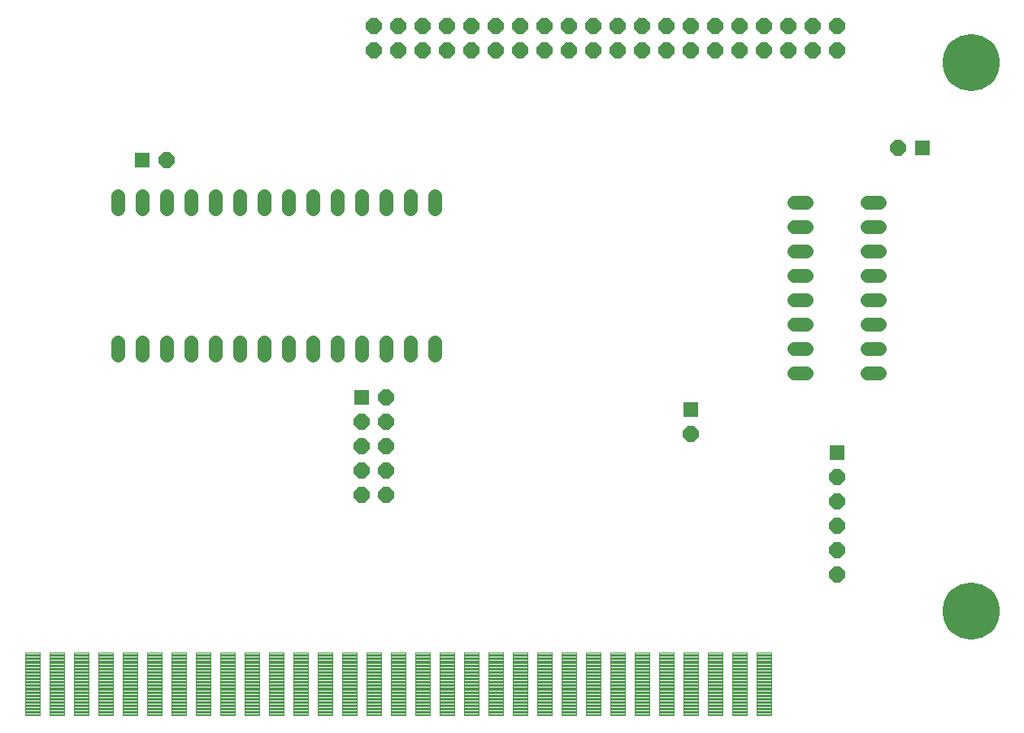
<source format=gbs>
G75*
G70*
%OFA0B0*%
%FSLAX24Y24*%
%IPPOS*%
%LPD*%
%AMOC8*
5,1,8,0,0,1.08239X$1,22.5*
%
%ADD10C,0.0045*%
%ADD11C,0.0560*%
%ADD12OC8,0.0640*%
%ADD13R,0.0640X0.0640*%
%ADD14C,0.2340*%
D10*
X008513Y008498D02*
X009109Y008498D01*
X008513Y008498D02*
X008513Y011044D01*
X009109Y011044D01*
X009109Y008498D01*
X009109Y008542D02*
X008513Y008542D01*
X008513Y008586D02*
X009109Y008586D01*
X009109Y008630D02*
X008513Y008630D01*
X008513Y008674D02*
X009109Y008674D01*
X009109Y008718D02*
X008513Y008718D01*
X008513Y008762D02*
X009109Y008762D01*
X009109Y008806D02*
X008513Y008806D01*
X008513Y008850D02*
X009109Y008850D01*
X009109Y008894D02*
X008513Y008894D01*
X008513Y008938D02*
X009109Y008938D01*
X009109Y008982D02*
X008513Y008982D01*
X008513Y009026D02*
X009109Y009026D01*
X009109Y009070D02*
X008513Y009070D01*
X008513Y009114D02*
X009109Y009114D01*
X009109Y009158D02*
X008513Y009158D01*
X008513Y009202D02*
X009109Y009202D01*
X009109Y009246D02*
X008513Y009246D01*
X008513Y009290D02*
X009109Y009290D01*
X009109Y009334D02*
X008513Y009334D01*
X008513Y009378D02*
X009109Y009378D01*
X009109Y009422D02*
X008513Y009422D01*
X008513Y009466D02*
X009109Y009466D01*
X009109Y009510D02*
X008513Y009510D01*
X008513Y009554D02*
X009109Y009554D01*
X009109Y009598D02*
X008513Y009598D01*
X008513Y009642D02*
X009109Y009642D01*
X009109Y009686D02*
X008513Y009686D01*
X008513Y009730D02*
X009109Y009730D01*
X009109Y009774D02*
X008513Y009774D01*
X008513Y009818D02*
X009109Y009818D01*
X009109Y009862D02*
X008513Y009862D01*
X008513Y009906D02*
X009109Y009906D01*
X009109Y009950D02*
X008513Y009950D01*
X008513Y009994D02*
X009109Y009994D01*
X009109Y010038D02*
X008513Y010038D01*
X008513Y010082D02*
X009109Y010082D01*
X009109Y010126D02*
X008513Y010126D01*
X008513Y010170D02*
X009109Y010170D01*
X009109Y010214D02*
X008513Y010214D01*
X008513Y010258D02*
X009109Y010258D01*
X009109Y010302D02*
X008513Y010302D01*
X008513Y010346D02*
X009109Y010346D01*
X009109Y010390D02*
X008513Y010390D01*
X008513Y010434D02*
X009109Y010434D01*
X009109Y010478D02*
X008513Y010478D01*
X008513Y010522D02*
X009109Y010522D01*
X009109Y010566D02*
X008513Y010566D01*
X008513Y010610D02*
X009109Y010610D01*
X009109Y010654D02*
X008513Y010654D01*
X008513Y010698D02*
X009109Y010698D01*
X009109Y010742D02*
X008513Y010742D01*
X008513Y010786D02*
X009109Y010786D01*
X009109Y010830D02*
X008513Y010830D01*
X008513Y010874D02*
X009109Y010874D01*
X009109Y010918D02*
X008513Y010918D01*
X008513Y010962D02*
X009109Y010962D01*
X009109Y011006D02*
X008513Y011006D01*
X009513Y008498D02*
X010109Y008498D01*
X009513Y008498D02*
X009513Y011044D01*
X010109Y011044D01*
X010109Y008498D01*
X010109Y008542D02*
X009513Y008542D01*
X009513Y008586D02*
X010109Y008586D01*
X010109Y008630D02*
X009513Y008630D01*
X009513Y008674D02*
X010109Y008674D01*
X010109Y008718D02*
X009513Y008718D01*
X009513Y008762D02*
X010109Y008762D01*
X010109Y008806D02*
X009513Y008806D01*
X009513Y008850D02*
X010109Y008850D01*
X010109Y008894D02*
X009513Y008894D01*
X009513Y008938D02*
X010109Y008938D01*
X010109Y008982D02*
X009513Y008982D01*
X009513Y009026D02*
X010109Y009026D01*
X010109Y009070D02*
X009513Y009070D01*
X009513Y009114D02*
X010109Y009114D01*
X010109Y009158D02*
X009513Y009158D01*
X009513Y009202D02*
X010109Y009202D01*
X010109Y009246D02*
X009513Y009246D01*
X009513Y009290D02*
X010109Y009290D01*
X010109Y009334D02*
X009513Y009334D01*
X009513Y009378D02*
X010109Y009378D01*
X010109Y009422D02*
X009513Y009422D01*
X009513Y009466D02*
X010109Y009466D01*
X010109Y009510D02*
X009513Y009510D01*
X009513Y009554D02*
X010109Y009554D01*
X010109Y009598D02*
X009513Y009598D01*
X009513Y009642D02*
X010109Y009642D01*
X010109Y009686D02*
X009513Y009686D01*
X009513Y009730D02*
X010109Y009730D01*
X010109Y009774D02*
X009513Y009774D01*
X009513Y009818D02*
X010109Y009818D01*
X010109Y009862D02*
X009513Y009862D01*
X009513Y009906D02*
X010109Y009906D01*
X010109Y009950D02*
X009513Y009950D01*
X009513Y009994D02*
X010109Y009994D01*
X010109Y010038D02*
X009513Y010038D01*
X009513Y010082D02*
X010109Y010082D01*
X010109Y010126D02*
X009513Y010126D01*
X009513Y010170D02*
X010109Y010170D01*
X010109Y010214D02*
X009513Y010214D01*
X009513Y010258D02*
X010109Y010258D01*
X010109Y010302D02*
X009513Y010302D01*
X009513Y010346D02*
X010109Y010346D01*
X010109Y010390D02*
X009513Y010390D01*
X009513Y010434D02*
X010109Y010434D01*
X010109Y010478D02*
X009513Y010478D01*
X009513Y010522D02*
X010109Y010522D01*
X010109Y010566D02*
X009513Y010566D01*
X009513Y010610D02*
X010109Y010610D01*
X010109Y010654D02*
X009513Y010654D01*
X009513Y010698D02*
X010109Y010698D01*
X010109Y010742D02*
X009513Y010742D01*
X009513Y010786D02*
X010109Y010786D01*
X010109Y010830D02*
X009513Y010830D01*
X009513Y010874D02*
X010109Y010874D01*
X010109Y010918D02*
X009513Y010918D01*
X009513Y010962D02*
X010109Y010962D01*
X010109Y011006D02*
X009513Y011006D01*
X010513Y008498D02*
X011109Y008498D01*
X010513Y008498D02*
X010513Y011044D01*
X011109Y011044D01*
X011109Y008498D01*
X011109Y008542D02*
X010513Y008542D01*
X010513Y008586D02*
X011109Y008586D01*
X011109Y008630D02*
X010513Y008630D01*
X010513Y008674D02*
X011109Y008674D01*
X011109Y008718D02*
X010513Y008718D01*
X010513Y008762D02*
X011109Y008762D01*
X011109Y008806D02*
X010513Y008806D01*
X010513Y008850D02*
X011109Y008850D01*
X011109Y008894D02*
X010513Y008894D01*
X010513Y008938D02*
X011109Y008938D01*
X011109Y008982D02*
X010513Y008982D01*
X010513Y009026D02*
X011109Y009026D01*
X011109Y009070D02*
X010513Y009070D01*
X010513Y009114D02*
X011109Y009114D01*
X011109Y009158D02*
X010513Y009158D01*
X010513Y009202D02*
X011109Y009202D01*
X011109Y009246D02*
X010513Y009246D01*
X010513Y009290D02*
X011109Y009290D01*
X011109Y009334D02*
X010513Y009334D01*
X010513Y009378D02*
X011109Y009378D01*
X011109Y009422D02*
X010513Y009422D01*
X010513Y009466D02*
X011109Y009466D01*
X011109Y009510D02*
X010513Y009510D01*
X010513Y009554D02*
X011109Y009554D01*
X011109Y009598D02*
X010513Y009598D01*
X010513Y009642D02*
X011109Y009642D01*
X011109Y009686D02*
X010513Y009686D01*
X010513Y009730D02*
X011109Y009730D01*
X011109Y009774D02*
X010513Y009774D01*
X010513Y009818D02*
X011109Y009818D01*
X011109Y009862D02*
X010513Y009862D01*
X010513Y009906D02*
X011109Y009906D01*
X011109Y009950D02*
X010513Y009950D01*
X010513Y009994D02*
X011109Y009994D01*
X011109Y010038D02*
X010513Y010038D01*
X010513Y010082D02*
X011109Y010082D01*
X011109Y010126D02*
X010513Y010126D01*
X010513Y010170D02*
X011109Y010170D01*
X011109Y010214D02*
X010513Y010214D01*
X010513Y010258D02*
X011109Y010258D01*
X011109Y010302D02*
X010513Y010302D01*
X010513Y010346D02*
X011109Y010346D01*
X011109Y010390D02*
X010513Y010390D01*
X010513Y010434D02*
X011109Y010434D01*
X011109Y010478D02*
X010513Y010478D01*
X010513Y010522D02*
X011109Y010522D01*
X011109Y010566D02*
X010513Y010566D01*
X010513Y010610D02*
X011109Y010610D01*
X011109Y010654D02*
X010513Y010654D01*
X010513Y010698D02*
X011109Y010698D01*
X011109Y010742D02*
X010513Y010742D01*
X010513Y010786D02*
X011109Y010786D01*
X011109Y010830D02*
X010513Y010830D01*
X010513Y010874D02*
X011109Y010874D01*
X011109Y010918D02*
X010513Y010918D01*
X010513Y010962D02*
X011109Y010962D01*
X011109Y011006D02*
X010513Y011006D01*
X011513Y008498D02*
X012109Y008498D01*
X011513Y008498D02*
X011513Y011044D01*
X012109Y011044D01*
X012109Y008498D01*
X012109Y008542D02*
X011513Y008542D01*
X011513Y008586D02*
X012109Y008586D01*
X012109Y008630D02*
X011513Y008630D01*
X011513Y008674D02*
X012109Y008674D01*
X012109Y008718D02*
X011513Y008718D01*
X011513Y008762D02*
X012109Y008762D01*
X012109Y008806D02*
X011513Y008806D01*
X011513Y008850D02*
X012109Y008850D01*
X012109Y008894D02*
X011513Y008894D01*
X011513Y008938D02*
X012109Y008938D01*
X012109Y008982D02*
X011513Y008982D01*
X011513Y009026D02*
X012109Y009026D01*
X012109Y009070D02*
X011513Y009070D01*
X011513Y009114D02*
X012109Y009114D01*
X012109Y009158D02*
X011513Y009158D01*
X011513Y009202D02*
X012109Y009202D01*
X012109Y009246D02*
X011513Y009246D01*
X011513Y009290D02*
X012109Y009290D01*
X012109Y009334D02*
X011513Y009334D01*
X011513Y009378D02*
X012109Y009378D01*
X012109Y009422D02*
X011513Y009422D01*
X011513Y009466D02*
X012109Y009466D01*
X012109Y009510D02*
X011513Y009510D01*
X011513Y009554D02*
X012109Y009554D01*
X012109Y009598D02*
X011513Y009598D01*
X011513Y009642D02*
X012109Y009642D01*
X012109Y009686D02*
X011513Y009686D01*
X011513Y009730D02*
X012109Y009730D01*
X012109Y009774D02*
X011513Y009774D01*
X011513Y009818D02*
X012109Y009818D01*
X012109Y009862D02*
X011513Y009862D01*
X011513Y009906D02*
X012109Y009906D01*
X012109Y009950D02*
X011513Y009950D01*
X011513Y009994D02*
X012109Y009994D01*
X012109Y010038D02*
X011513Y010038D01*
X011513Y010082D02*
X012109Y010082D01*
X012109Y010126D02*
X011513Y010126D01*
X011513Y010170D02*
X012109Y010170D01*
X012109Y010214D02*
X011513Y010214D01*
X011513Y010258D02*
X012109Y010258D01*
X012109Y010302D02*
X011513Y010302D01*
X011513Y010346D02*
X012109Y010346D01*
X012109Y010390D02*
X011513Y010390D01*
X011513Y010434D02*
X012109Y010434D01*
X012109Y010478D02*
X011513Y010478D01*
X011513Y010522D02*
X012109Y010522D01*
X012109Y010566D02*
X011513Y010566D01*
X011513Y010610D02*
X012109Y010610D01*
X012109Y010654D02*
X011513Y010654D01*
X011513Y010698D02*
X012109Y010698D01*
X012109Y010742D02*
X011513Y010742D01*
X011513Y010786D02*
X012109Y010786D01*
X012109Y010830D02*
X011513Y010830D01*
X011513Y010874D02*
X012109Y010874D01*
X012109Y010918D02*
X011513Y010918D01*
X011513Y010962D02*
X012109Y010962D01*
X012109Y011006D02*
X011513Y011006D01*
X012513Y008498D02*
X013109Y008498D01*
X012513Y008498D02*
X012513Y011044D01*
X013109Y011044D01*
X013109Y008498D01*
X013109Y008542D02*
X012513Y008542D01*
X012513Y008586D02*
X013109Y008586D01*
X013109Y008630D02*
X012513Y008630D01*
X012513Y008674D02*
X013109Y008674D01*
X013109Y008718D02*
X012513Y008718D01*
X012513Y008762D02*
X013109Y008762D01*
X013109Y008806D02*
X012513Y008806D01*
X012513Y008850D02*
X013109Y008850D01*
X013109Y008894D02*
X012513Y008894D01*
X012513Y008938D02*
X013109Y008938D01*
X013109Y008982D02*
X012513Y008982D01*
X012513Y009026D02*
X013109Y009026D01*
X013109Y009070D02*
X012513Y009070D01*
X012513Y009114D02*
X013109Y009114D01*
X013109Y009158D02*
X012513Y009158D01*
X012513Y009202D02*
X013109Y009202D01*
X013109Y009246D02*
X012513Y009246D01*
X012513Y009290D02*
X013109Y009290D01*
X013109Y009334D02*
X012513Y009334D01*
X012513Y009378D02*
X013109Y009378D01*
X013109Y009422D02*
X012513Y009422D01*
X012513Y009466D02*
X013109Y009466D01*
X013109Y009510D02*
X012513Y009510D01*
X012513Y009554D02*
X013109Y009554D01*
X013109Y009598D02*
X012513Y009598D01*
X012513Y009642D02*
X013109Y009642D01*
X013109Y009686D02*
X012513Y009686D01*
X012513Y009730D02*
X013109Y009730D01*
X013109Y009774D02*
X012513Y009774D01*
X012513Y009818D02*
X013109Y009818D01*
X013109Y009862D02*
X012513Y009862D01*
X012513Y009906D02*
X013109Y009906D01*
X013109Y009950D02*
X012513Y009950D01*
X012513Y009994D02*
X013109Y009994D01*
X013109Y010038D02*
X012513Y010038D01*
X012513Y010082D02*
X013109Y010082D01*
X013109Y010126D02*
X012513Y010126D01*
X012513Y010170D02*
X013109Y010170D01*
X013109Y010214D02*
X012513Y010214D01*
X012513Y010258D02*
X013109Y010258D01*
X013109Y010302D02*
X012513Y010302D01*
X012513Y010346D02*
X013109Y010346D01*
X013109Y010390D02*
X012513Y010390D01*
X012513Y010434D02*
X013109Y010434D01*
X013109Y010478D02*
X012513Y010478D01*
X012513Y010522D02*
X013109Y010522D01*
X013109Y010566D02*
X012513Y010566D01*
X012513Y010610D02*
X013109Y010610D01*
X013109Y010654D02*
X012513Y010654D01*
X012513Y010698D02*
X013109Y010698D01*
X013109Y010742D02*
X012513Y010742D01*
X012513Y010786D02*
X013109Y010786D01*
X013109Y010830D02*
X012513Y010830D01*
X012513Y010874D02*
X013109Y010874D01*
X013109Y010918D02*
X012513Y010918D01*
X012513Y010962D02*
X013109Y010962D01*
X013109Y011006D02*
X012513Y011006D01*
X013513Y008498D02*
X014109Y008498D01*
X013513Y008498D02*
X013513Y011044D01*
X014109Y011044D01*
X014109Y008498D01*
X014109Y008542D02*
X013513Y008542D01*
X013513Y008586D02*
X014109Y008586D01*
X014109Y008630D02*
X013513Y008630D01*
X013513Y008674D02*
X014109Y008674D01*
X014109Y008718D02*
X013513Y008718D01*
X013513Y008762D02*
X014109Y008762D01*
X014109Y008806D02*
X013513Y008806D01*
X013513Y008850D02*
X014109Y008850D01*
X014109Y008894D02*
X013513Y008894D01*
X013513Y008938D02*
X014109Y008938D01*
X014109Y008982D02*
X013513Y008982D01*
X013513Y009026D02*
X014109Y009026D01*
X014109Y009070D02*
X013513Y009070D01*
X013513Y009114D02*
X014109Y009114D01*
X014109Y009158D02*
X013513Y009158D01*
X013513Y009202D02*
X014109Y009202D01*
X014109Y009246D02*
X013513Y009246D01*
X013513Y009290D02*
X014109Y009290D01*
X014109Y009334D02*
X013513Y009334D01*
X013513Y009378D02*
X014109Y009378D01*
X014109Y009422D02*
X013513Y009422D01*
X013513Y009466D02*
X014109Y009466D01*
X014109Y009510D02*
X013513Y009510D01*
X013513Y009554D02*
X014109Y009554D01*
X014109Y009598D02*
X013513Y009598D01*
X013513Y009642D02*
X014109Y009642D01*
X014109Y009686D02*
X013513Y009686D01*
X013513Y009730D02*
X014109Y009730D01*
X014109Y009774D02*
X013513Y009774D01*
X013513Y009818D02*
X014109Y009818D01*
X014109Y009862D02*
X013513Y009862D01*
X013513Y009906D02*
X014109Y009906D01*
X014109Y009950D02*
X013513Y009950D01*
X013513Y009994D02*
X014109Y009994D01*
X014109Y010038D02*
X013513Y010038D01*
X013513Y010082D02*
X014109Y010082D01*
X014109Y010126D02*
X013513Y010126D01*
X013513Y010170D02*
X014109Y010170D01*
X014109Y010214D02*
X013513Y010214D01*
X013513Y010258D02*
X014109Y010258D01*
X014109Y010302D02*
X013513Y010302D01*
X013513Y010346D02*
X014109Y010346D01*
X014109Y010390D02*
X013513Y010390D01*
X013513Y010434D02*
X014109Y010434D01*
X014109Y010478D02*
X013513Y010478D01*
X013513Y010522D02*
X014109Y010522D01*
X014109Y010566D02*
X013513Y010566D01*
X013513Y010610D02*
X014109Y010610D01*
X014109Y010654D02*
X013513Y010654D01*
X013513Y010698D02*
X014109Y010698D01*
X014109Y010742D02*
X013513Y010742D01*
X013513Y010786D02*
X014109Y010786D01*
X014109Y010830D02*
X013513Y010830D01*
X013513Y010874D02*
X014109Y010874D01*
X014109Y010918D02*
X013513Y010918D01*
X013513Y010962D02*
X014109Y010962D01*
X014109Y011006D02*
X013513Y011006D01*
X014513Y008498D02*
X015109Y008498D01*
X014513Y008498D02*
X014513Y011044D01*
X015109Y011044D01*
X015109Y008498D01*
X015109Y008542D02*
X014513Y008542D01*
X014513Y008586D02*
X015109Y008586D01*
X015109Y008630D02*
X014513Y008630D01*
X014513Y008674D02*
X015109Y008674D01*
X015109Y008718D02*
X014513Y008718D01*
X014513Y008762D02*
X015109Y008762D01*
X015109Y008806D02*
X014513Y008806D01*
X014513Y008850D02*
X015109Y008850D01*
X015109Y008894D02*
X014513Y008894D01*
X014513Y008938D02*
X015109Y008938D01*
X015109Y008982D02*
X014513Y008982D01*
X014513Y009026D02*
X015109Y009026D01*
X015109Y009070D02*
X014513Y009070D01*
X014513Y009114D02*
X015109Y009114D01*
X015109Y009158D02*
X014513Y009158D01*
X014513Y009202D02*
X015109Y009202D01*
X015109Y009246D02*
X014513Y009246D01*
X014513Y009290D02*
X015109Y009290D01*
X015109Y009334D02*
X014513Y009334D01*
X014513Y009378D02*
X015109Y009378D01*
X015109Y009422D02*
X014513Y009422D01*
X014513Y009466D02*
X015109Y009466D01*
X015109Y009510D02*
X014513Y009510D01*
X014513Y009554D02*
X015109Y009554D01*
X015109Y009598D02*
X014513Y009598D01*
X014513Y009642D02*
X015109Y009642D01*
X015109Y009686D02*
X014513Y009686D01*
X014513Y009730D02*
X015109Y009730D01*
X015109Y009774D02*
X014513Y009774D01*
X014513Y009818D02*
X015109Y009818D01*
X015109Y009862D02*
X014513Y009862D01*
X014513Y009906D02*
X015109Y009906D01*
X015109Y009950D02*
X014513Y009950D01*
X014513Y009994D02*
X015109Y009994D01*
X015109Y010038D02*
X014513Y010038D01*
X014513Y010082D02*
X015109Y010082D01*
X015109Y010126D02*
X014513Y010126D01*
X014513Y010170D02*
X015109Y010170D01*
X015109Y010214D02*
X014513Y010214D01*
X014513Y010258D02*
X015109Y010258D01*
X015109Y010302D02*
X014513Y010302D01*
X014513Y010346D02*
X015109Y010346D01*
X015109Y010390D02*
X014513Y010390D01*
X014513Y010434D02*
X015109Y010434D01*
X015109Y010478D02*
X014513Y010478D01*
X014513Y010522D02*
X015109Y010522D01*
X015109Y010566D02*
X014513Y010566D01*
X014513Y010610D02*
X015109Y010610D01*
X015109Y010654D02*
X014513Y010654D01*
X014513Y010698D02*
X015109Y010698D01*
X015109Y010742D02*
X014513Y010742D01*
X014513Y010786D02*
X015109Y010786D01*
X015109Y010830D02*
X014513Y010830D01*
X014513Y010874D02*
X015109Y010874D01*
X015109Y010918D02*
X014513Y010918D01*
X014513Y010962D02*
X015109Y010962D01*
X015109Y011006D02*
X014513Y011006D01*
X015513Y008498D02*
X016109Y008498D01*
X015513Y008498D02*
X015513Y011044D01*
X016109Y011044D01*
X016109Y008498D01*
X016109Y008542D02*
X015513Y008542D01*
X015513Y008586D02*
X016109Y008586D01*
X016109Y008630D02*
X015513Y008630D01*
X015513Y008674D02*
X016109Y008674D01*
X016109Y008718D02*
X015513Y008718D01*
X015513Y008762D02*
X016109Y008762D01*
X016109Y008806D02*
X015513Y008806D01*
X015513Y008850D02*
X016109Y008850D01*
X016109Y008894D02*
X015513Y008894D01*
X015513Y008938D02*
X016109Y008938D01*
X016109Y008982D02*
X015513Y008982D01*
X015513Y009026D02*
X016109Y009026D01*
X016109Y009070D02*
X015513Y009070D01*
X015513Y009114D02*
X016109Y009114D01*
X016109Y009158D02*
X015513Y009158D01*
X015513Y009202D02*
X016109Y009202D01*
X016109Y009246D02*
X015513Y009246D01*
X015513Y009290D02*
X016109Y009290D01*
X016109Y009334D02*
X015513Y009334D01*
X015513Y009378D02*
X016109Y009378D01*
X016109Y009422D02*
X015513Y009422D01*
X015513Y009466D02*
X016109Y009466D01*
X016109Y009510D02*
X015513Y009510D01*
X015513Y009554D02*
X016109Y009554D01*
X016109Y009598D02*
X015513Y009598D01*
X015513Y009642D02*
X016109Y009642D01*
X016109Y009686D02*
X015513Y009686D01*
X015513Y009730D02*
X016109Y009730D01*
X016109Y009774D02*
X015513Y009774D01*
X015513Y009818D02*
X016109Y009818D01*
X016109Y009862D02*
X015513Y009862D01*
X015513Y009906D02*
X016109Y009906D01*
X016109Y009950D02*
X015513Y009950D01*
X015513Y009994D02*
X016109Y009994D01*
X016109Y010038D02*
X015513Y010038D01*
X015513Y010082D02*
X016109Y010082D01*
X016109Y010126D02*
X015513Y010126D01*
X015513Y010170D02*
X016109Y010170D01*
X016109Y010214D02*
X015513Y010214D01*
X015513Y010258D02*
X016109Y010258D01*
X016109Y010302D02*
X015513Y010302D01*
X015513Y010346D02*
X016109Y010346D01*
X016109Y010390D02*
X015513Y010390D01*
X015513Y010434D02*
X016109Y010434D01*
X016109Y010478D02*
X015513Y010478D01*
X015513Y010522D02*
X016109Y010522D01*
X016109Y010566D02*
X015513Y010566D01*
X015513Y010610D02*
X016109Y010610D01*
X016109Y010654D02*
X015513Y010654D01*
X015513Y010698D02*
X016109Y010698D01*
X016109Y010742D02*
X015513Y010742D01*
X015513Y010786D02*
X016109Y010786D01*
X016109Y010830D02*
X015513Y010830D01*
X015513Y010874D02*
X016109Y010874D01*
X016109Y010918D02*
X015513Y010918D01*
X015513Y010962D02*
X016109Y010962D01*
X016109Y011006D02*
X015513Y011006D01*
X016513Y008498D02*
X017109Y008498D01*
X016513Y008498D02*
X016513Y011044D01*
X017109Y011044D01*
X017109Y008498D01*
X017109Y008542D02*
X016513Y008542D01*
X016513Y008586D02*
X017109Y008586D01*
X017109Y008630D02*
X016513Y008630D01*
X016513Y008674D02*
X017109Y008674D01*
X017109Y008718D02*
X016513Y008718D01*
X016513Y008762D02*
X017109Y008762D01*
X017109Y008806D02*
X016513Y008806D01*
X016513Y008850D02*
X017109Y008850D01*
X017109Y008894D02*
X016513Y008894D01*
X016513Y008938D02*
X017109Y008938D01*
X017109Y008982D02*
X016513Y008982D01*
X016513Y009026D02*
X017109Y009026D01*
X017109Y009070D02*
X016513Y009070D01*
X016513Y009114D02*
X017109Y009114D01*
X017109Y009158D02*
X016513Y009158D01*
X016513Y009202D02*
X017109Y009202D01*
X017109Y009246D02*
X016513Y009246D01*
X016513Y009290D02*
X017109Y009290D01*
X017109Y009334D02*
X016513Y009334D01*
X016513Y009378D02*
X017109Y009378D01*
X017109Y009422D02*
X016513Y009422D01*
X016513Y009466D02*
X017109Y009466D01*
X017109Y009510D02*
X016513Y009510D01*
X016513Y009554D02*
X017109Y009554D01*
X017109Y009598D02*
X016513Y009598D01*
X016513Y009642D02*
X017109Y009642D01*
X017109Y009686D02*
X016513Y009686D01*
X016513Y009730D02*
X017109Y009730D01*
X017109Y009774D02*
X016513Y009774D01*
X016513Y009818D02*
X017109Y009818D01*
X017109Y009862D02*
X016513Y009862D01*
X016513Y009906D02*
X017109Y009906D01*
X017109Y009950D02*
X016513Y009950D01*
X016513Y009994D02*
X017109Y009994D01*
X017109Y010038D02*
X016513Y010038D01*
X016513Y010082D02*
X017109Y010082D01*
X017109Y010126D02*
X016513Y010126D01*
X016513Y010170D02*
X017109Y010170D01*
X017109Y010214D02*
X016513Y010214D01*
X016513Y010258D02*
X017109Y010258D01*
X017109Y010302D02*
X016513Y010302D01*
X016513Y010346D02*
X017109Y010346D01*
X017109Y010390D02*
X016513Y010390D01*
X016513Y010434D02*
X017109Y010434D01*
X017109Y010478D02*
X016513Y010478D01*
X016513Y010522D02*
X017109Y010522D01*
X017109Y010566D02*
X016513Y010566D01*
X016513Y010610D02*
X017109Y010610D01*
X017109Y010654D02*
X016513Y010654D01*
X016513Y010698D02*
X017109Y010698D01*
X017109Y010742D02*
X016513Y010742D01*
X016513Y010786D02*
X017109Y010786D01*
X017109Y010830D02*
X016513Y010830D01*
X016513Y010874D02*
X017109Y010874D01*
X017109Y010918D02*
X016513Y010918D01*
X016513Y010962D02*
X017109Y010962D01*
X017109Y011006D02*
X016513Y011006D01*
X017513Y008498D02*
X018109Y008498D01*
X017513Y008498D02*
X017513Y011044D01*
X018109Y011044D01*
X018109Y008498D01*
X018109Y008542D02*
X017513Y008542D01*
X017513Y008586D02*
X018109Y008586D01*
X018109Y008630D02*
X017513Y008630D01*
X017513Y008674D02*
X018109Y008674D01*
X018109Y008718D02*
X017513Y008718D01*
X017513Y008762D02*
X018109Y008762D01*
X018109Y008806D02*
X017513Y008806D01*
X017513Y008850D02*
X018109Y008850D01*
X018109Y008894D02*
X017513Y008894D01*
X017513Y008938D02*
X018109Y008938D01*
X018109Y008982D02*
X017513Y008982D01*
X017513Y009026D02*
X018109Y009026D01*
X018109Y009070D02*
X017513Y009070D01*
X017513Y009114D02*
X018109Y009114D01*
X018109Y009158D02*
X017513Y009158D01*
X017513Y009202D02*
X018109Y009202D01*
X018109Y009246D02*
X017513Y009246D01*
X017513Y009290D02*
X018109Y009290D01*
X018109Y009334D02*
X017513Y009334D01*
X017513Y009378D02*
X018109Y009378D01*
X018109Y009422D02*
X017513Y009422D01*
X017513Y009466D02*
X018109Y009466D01*
X018109Y009510D02*
X017513Y009510D01*
X017513Y009554D02*
X018109Y009554D01*
X018109Y009598D02*
X017513Y009598D01*
X017513Y009642D02*
X018109Y009642D01*
X018109Y009686D02*
X017513Y009686D01*
X017513Y009730D02*
X018109Y009730D01*
X018109Y009774D02*
X017513Y009774D01*
X017513Y009818D02*
X018109Y009818D01*
X018109Y009862D02*
X017513Y009862D01*
X017513Y009906D02*
X018109Y009906D01*
X018109Y009950D02*
X017513Y009950D01*
X017513Y009994D02*
X018109Y009994D01*
X018109Y010038D02*
X017513Y010038D01*
X017513Y010082D02*
X018109Y010082D01*
X018109Y010126D02*
X017513Y010126D01*
X017513Y010170D02*
X018109Y010170D01*
X018109Y010214D02*
X017513Y010214D01*
X017513Y010258D02*
X018109Y010258D01*
X018109Y010302D02*
X017513Y010302D01*
X017513Y010346D02*
X018109Y010346D01*
X018109Y010390D02*
X017513Y010390D01*
X017513Y010434D02*
X018109Y010434D01*
X018109Y010478D02*
X017513Y010478D01*
X017513Y010522D02*
X018109Y010522D01*
X018109Y010566D02*
X017513Y010566D01*
X017513Y010610D02*
X018109Y010610D01*
X018109Y010654D02*
X017513Y010654D01*
X017513Y010698D02*
X018109Y010698D01*
X018109Y010742D02*
X017513Y010742D01*
X017513Y010786D02*
X018109Y010786D01*
X018109Y010830D02*
X017513Y010830D01*
X017513Y010874D02*
X018109Y010874D01*
X018109Y010918D02*
X017513Y010918D01*
X017513Y010962D02*
X018109Y010962D01*
X018109Y011006D02*
X017513Y011006D01*
X018513Y008498D02*
X019109Y008498D01*
X018513Y008498D02*
X018513Y011044D01*
X019109Y011044D01*
X019109Y008498D01*
X019109Y008542D02*
X018513Y008542D01*
X018513Y008586D02*
X019109Y008586D01*
X019109Y008630D02*
X018513Y008630D01*
X018513Y008674D02*
X019109Y008674D01*
X019109Y008718D02*
X018513Y008718D01*
X018513Y008762D02*
X019109Y008762D01*
X019109Y008806D02*
X018513Y008806D01*
X018513Y008850D02*
X019109Y008850D01*
X019109Y008894D02*
X018513Y008894D01*
X018513Y008938D02*
X019109Y008938D01*
X019109Y008982D02*
X018513Y008982D01*
X018513Y009026D02*
X019109Y009026D01*
X019109Y009070D02*
X018513Y009070D01*
X018513Y009114D02*
X019109Y009114D01*
X019109Y009158D02*
X018513Y009158D01*
X018513Y009202D02*
X019109Y009202D01*
X019109Y009246D02*
X018513Y009246D01*
X018513Y009290D02*
X019109Y009290D01*
X019109Y009334D02*
X018513Y009334D01*
X018513Y009378D02*
X019109Y009378D01*
X019109Y009422D02*
X018513Y009422D01*
X018513Y009466D02*
X019109Y009466D01*
X019109Y009510D02*
X018513Y009510D01*
X018513Y009554D02*
X019109Y009554D01*
X019109Y009598D02*
X018513Y009598D01*
X018513Y009642D02*
X019109Y009642D01*
X019109Y009686D02*
X018513Y009686D01*
X018513Y009730D02*
X019109Y009730D01*
X019109Y009774D02*
X018513Y009774D01*
X018513Y009818D02*
X019109Y009818D01*
X019109Y009862D02*
X018513Y009862D01*
X018513Y009906D02*
X019109Y009906D01*
X019109Y009950D02*
X018513Y009950D01*
X018513Y009994D02*
X019109Y009994D01*
X019109Y010038D02*
X018513Y010038D01*
X018513Y010082D02*
X019109Y010082D01*
X019109Y010126D02*
X018513Y010126D01*
X018513Y010170D02*
X019109Y010170D01*
X019109Y010214D02*
X018513Y010214D01*
X018513Y010258D02*
X019109Y010258D01*
X019109Y010302D02*
X018513Y010302D01*
X018513Y010346D02*
X019109Y010346D01*
X019109Y010390D02*
X018513Y010390D01*
X018513Y010434D02*
X019109Y010434D01*
X019109Y010478D02*
X018513Y010478D01*
X018513Y010522D02*
X019109Y010522D01*
X019109Y010566D02*
X018513Y010566D01*
X018513Y010610D02*
X019109Y010610D01*
X019109Y010654D02*
X018513Y010654D01*
X018513Y010698D02*
X019109Y010698D01*
X019109Y010742D02*
X018513Y010742D01*
X018513Y010786D02*
X019109Y010786D01*
X019109Y010830D02*
X018513Y010830D01*
X018513Y010874D02*
X019109Y010874D01*
X019109Y010918D02*
X018513Y010918D01*
X018513Y010962D02*
X019109Y010962D01*
X019109Y011006D02*
X018513Y011006D01*
X019513Y008498D02*
X020109Y008498D01*
X019513Y008498D02*
X019513Y011044D01*
X020109Y011044D01*
X020109Y008498D01*
X020109Y008542D02*
X019513Y008542D01*
X019513Y008586D02*
X020109Y008586D01*
X020109Y008630D02*
X019513Y008630D01*
X019513Y008674D02*
X020109Y008674D01*
X020109Y008718D02*
X019513Y008718D01*
X019513Y008762D02*
X020109Y008762D01*
X020109Y008806D02*
X019513Y008806D01*
X019513Y008850D02*
X020109Y008850D01*
X020109Y008894D02*
X019513Y008894D01*
X019513Y008938D02*
X020109Y008938D01*
X020109Y008982D02*
X019513Y008982D01*
X019513Y009026D02*
X020109Y009026D01*
X020109Y009070D02*
X019513Y009070D01*
X019513Y009114D02*
X020109Y009114D01*
X020109Y009158D02*
X019513Y009158D01*
X019513Y009202D02*
X020109Y009202D01*
X020109Y009246D02*
X019513Y009246D01*
X019513Y009290D02*
X020109Y009290D01*
X020109Y009334D02*
X019513Y009334D01*
X019513Y009378D02*
X020109Y009378D01*
X020109Y009422D02*
X019513Y009422D01*
X019513Y009466D02*
X020109Y009466D01*
X020109Y009510D02*
X019513Y009510D01*
X019513Y009554D02*
X020109Y009554D01*
X020109Y009598D02*
X019513Y009598D01*
X019513Y009642D02*
X020109Y009642D01*
X020109Y009686D02*
X019513Y009686D01*
X019513Y009730D02*
X020109Y009730D01*
X020109Y009774D02*
X019513Y009774D01*
X019513Y009818D02*
X020109Y009818D01*
X020109Y009862D02*
X019513Y009862D01*
X019513Y009906D02*
X020109Y009906D01*
X020109Y009950D02*
X019513Y009950D01*
X019513Y009994D02*
X020109Y009994D01*
X020109Y010038D02*
X019513Y010038D01*
X019513Y010082D02*
X020109Y010082D01*
X020109Y010126D02*
X019513Y010126D01*
X019513Y010170D02*
X020109Y010170D01*
X020109Y010214D02*
X019513Y010214D01*
X019513Y010258D02*
X020109Y010258D01*
X020109Y010302D02*
X019513Y010302D01*
X019513Y010346D02*
X020109Y010346D01*
X020109Y010390D02*
X019513Y010390D01*
X019513Y010434D02*
X020109Y010434D01*
X020109Y010478D02*
X019513Y010478D01*
X019513Y010522D02*
X020109Y010522D01*
X020109Y010566D02*
X019513Y010566D01*
X019513Y010610D02*
X020109Y010610D01*
X020109Y010654D02*
X019513Y010654D01*
X019513Y010698D02*
X020109Y010698D01*
X020109Y010742D02*
X019513Y010742D01*
X019513Y010786D02*
X020109Y010786D01*
X020109Y010830D02*
X019513Y010830D01*
X019513Y010874D02*
X020109Y010874D01*
X020109Y010918D02*
X019513Y010918D01*
X019513Y010962D02*
X020109Y010962D01*
X020109Y011006D02*
X019513Y011006D01*
X020513Y008498D02*
X021109Y008498D01*
X020513Y008498D02*
X020513Y011044D01*
X021109Y011044D01*
X021109Y008498D01*
X021109Y008542D02*
X020513Y008542D01*
X020513Y008586D02*
X021109Y008586D01*
X021109Y008630D02*
X020513Y008630D01*
X020513Y008674D02*
X021109Y008674D01*
X021109Y008718D02*
X020513Y008718D01*
X020513Y008762D02*
X021109Y008762D01*
X021109Y008806D02*
X020513Y008806D01*
X020513Y008850D02*
X021109Y008850D01*
X021109Y008894D02*
X020513Y008894D01*
X020513Y008938D02*
X021109Y008938D01*
X021109Y008982D02*
X020513Y008982D01*
X020513Y009026D02*
X021109Y009026D01*
X021109Y009070D02*
X020513Y009070D01*
X020513Y009114D02*
X021109Y009114D01*
X021109Y009158D02*
X020513Y009158D01*
X020513Y009202D02*
X021109Y009202D01*
X021109Y009246D02*
X020513Y009246D01*
X020513Y009290D02*
X021109Y009290D01*
X021109Y009334D02*
X020513Y009334D01*
X020513Y009378D02*
X021109Y009378D01*
X021109Y009422D02*
X020513Y009422D01*
X020513Y009466D02*
X021109Y009466D01*
X021109Y009510D02*
X020513Y009510D01*
X020513Y009554D02*
X021109Y009554D01*
X021109Y009598D02*
X020513Y009598D01*
X020513Y009642D02*
X021109Y009642D01*
X021109Y009686D02*
X020513Y009686D01*
X020513Y009730D02*
X021109Y009730D01*
X021109Y009774D02*
X020513Y009774D01*
X020513Y009818D02*
X021109Y009818D01*
X021109Y009862D02*
X020513Y009862D01*
X020513Y009906D02*
X021109Y009906D01*
X021109Y009950D02*
X020513Y009950D01*
X020513Y009994D02*
X021109Y009994D01*
X021109Y010038D02*
X020513Y010038D01*
X020513Y010082D02*
X021109Y010082D01*
X021109Y010126D02*
X020513Y010126D01*
X020513Y010170D02*
X021109Y010170D01*
X021109Y010214D02*
X020513Y010214D01*
X020513Y010258D02*
X021109Y010258D01*
X021109Y010302D02*
X020513Y010302D01*
X020513Y010346D02*
X021109Y010346D01*
X021109Y010390D02*
X020513Y010390D01*
X020513Y010434D02*
X021109Y010434D01*
X021109Y010478D02*
X020513Y010478D01*
X020513Y010522D02*
X021109Y010522D01*
X021109Y010566D02*
X020513Y010566D01*
X020513Y010610D02*
X021109Y010610D01*
X021109Y010654D02*
X020513Y010654D01*
X020513Y010698D02*
X021109Y010698D01*
X021109Y010742D02*
X020513Y010742D01*
X020513Y010786D02*
X021109Y010786D01*
X021109Y010830D02*
X020513Y010830D01*
X020513Y010874D02*
X021109Y010874D01*
X021109Y010918D02*
X020513Y010918D01*
X020513Y010962D02*
X021109Y010962D01*
X021109Y011006D02*
X020513Y011006D01*
X021513Y008498D02*
X022109Y008498D01*
X021513Y008498D02*
X021513Y011044D01*
X022109Y011044D01*
X022109Y008498D01*
X022109Y008542D02*
X021513Y008542D01*
X021513Y008586D02*
X022109Y008586D01*
X022109Y008630D02*
X021513Y008630D01*
X021513Y008674D02*
X022109Y008674D01*
X022109Y008718D02*
X021513Y008718D01*
X021513Y008762D02*
X022109Y008762D01*
X022109Y008806D02*
X021513Y008806D01*
X021513Y008850D02*
X022109Y008850D01*
X022109Y008894D02*
X021513Y008894D01*
X021513Y008938D02*
X022109Y008938D01*
X022109Y008982D02*
X021513Y008982D01*
X021513Y009026D02*
X022109Y009026D01*
X022109Y009070D02*
X021513Y009070D01*
X021513Y009114D02*
X022109Y009114D01*
X022109Y009158D02*
X021513Y009158D01*
X021513Y009202D02*
X022109Y009202D01*
X022109Y009246D02*
X021513Y009246D01*
X021513Y009290D02*
X022109Y009290D01*
X022109Y009334D02*
X021513Y009334D01*
X021513Y009378D02*
X022109Y009378D01*
X022109Y009422D02*
X021513Y009422D01*
X021513Y009466D02*
X022109Y009466D01*
X022109Y009510D02*
X021513Y009510D01*
X021513Y009554D02*
X022109Y009554D01*
X022109Y009598D02*
X021513Y009598D01*
X021513Y009642D02*
X022109Y009642D01*
X022109Y009686D02*
X021513Y009686D01*
X021513Y009730D02*
X022109Y009730D01*
X022109Y009774D02*
X021513Y009774D01*
X021513Y009818D02*
X022109Y009818D01*
X022109Y009862D02*
X021513Y009862D01*
X021513Y009906D02*
X022109Y009906D01*
X022109Y009950D02*
X021513Y009950D01*
X021513Y009994D02*
X022109Y009994D01*
X022109Y010038D02*
X021513Y010038D01*
X021513Y010082D02*
X022109Y010082D01*
X022109Y010126D02*
X021513Y010126D01*
X021513Y010170D02*
X022109Y010170D01*
X022109Y010214D02*
X021513Y010214D01*
X021513Y010258D02*
X022109Y010258D01*
X022109Y010302D02*
X021513Y010302D01*
X021513Y010346D02*
X022109Y010346D01*
X022109Y010390D02*
X021513Y010390D01*
X021513Y010434D02*
X022109Y010434D01*
X022109Y010478D02*
X021513Y010478D01*
X021513Y010522D02*
X022109Y010522D01*
X022109Y010566D02*
X021513Y010566D01*
X021513Y010610D02*
X022109Y010610D01*
X022109Y010654D02*
X021513Y010654D01*
X021513Y010698D02*
X022109Y010698D01*
X022109Y010742D02*
X021513Y010742D01*
X021513Y010786D02*
X022109Y010786D01*
X022109Y010830D02*
X021513Y010830D01*
X021513Y010874D02*
X022109Y010874D01*
X022109Y010918D02*
X021513Y010918D01*
X021513Y010962D02*
X022109Y010962D01*
X022109Y011006D02*
X021513Y011006D01*
X022513Y008498D02*
X023109Y008498D01*
X022513Y008498D02*
X022513Y011044D01*
X023109Y011044D01*
X023109Y008498D01*
X023109Y008542D02*
X022513Y008542D01*
X022513Y008586D02*
X023109Y008586D01*
X023109Y008630D02*
X022513Y008630D01*
X022513Y008674D02*
X023109Y008674D01*
X023109Y008718D02*
X022513Y008718D01*
X022513Y008762D02*
X023109Y008762D01*
X023109Y008806D02*
X022513Y008806D01*
X022513Y008850D02*
X023109Y008850D01*
X023109Y008894D02*
X022513Y008894D01*
X022513Y008938D02*
X023109Y008938D01*
X023109Y008982D02*
X022513Y008982D01*
X022513Y009026D02*
X023109Y009026D01*
X023109Y009070D02*
X022513Y009070D01*
X022513Y009114D02*
X023109Y009114D01*
X023109Y009158D02*
X022513Y009158D01*
X022513Y009202D02*
X023109Y009202D01*
X023109Y009246D02*
X022513Y009246D01*
X022513Y009290D02*
X023109Y009290D01*
X023109Y009334D02*
X022513Y009334D01*
X022513Y009378D02*
X023109Y009378D01*
X023109Y009422D02*
X022513Y009422D01*
X022513Y009466D02*
X023109Y009466D01*
X023109Y009510D02*
X022513Y009510D01*
X022513Y009554D02*
X023109Y009554D01*
X023109Y009598D02*
X022513Y009598D01*
X022513Y009642D02*
X023109Y009642D01*
X023109Y009686D02*
X022513Y009686D01*
X022513Y009730D02*
X023109Y009730D01*
X023109Y009774D02*
X022513Y009774D01*
X022513Y009818D02*
X023109Y009818D01*
X023109Y009862D02*
X022513Y009862D01*
X022513Y009906D02*
X023109Y009906D01*
X023109Y009950D02*
X022513Y009950D01*
X022513Y009994D02*
X023109Y009994D01*
X023109Y010038D02*
X022513Y010038D01*
X022513Y010082D02*
X023109Y010082D01*
X023109Y010126D02*
X022513Y010126D01*
X022513Y010170D02*
X023109Y010170D01*
X023109Y010214D02*
X022513Y010214D01*
X022513Y010258D02*
X023109Y010258D01*
X023109Y010302D02*
X022513Y010302D01*
X022513Y010346D02*
X023109Y010346D01*
X023109Y010390D02*
X022513Y010390D01*
X022513Y010434D02*
X023109Y010434D01*
X023109Y010478D02*
X022513Y010478D01*
X022513Y010522D02*
X023109Y010522D01*
X023109Y010566D02*
X022513Y010566D01*
X022513Y010610D02*
X023109Y010610D01*
X023109Y010654D02*
X022513Y010654D01*
X022513Y010698D02*
X023109Y010698D01*
X023109Y010742D02*
X022513Y010742D01*
X022513Y010786D02*
X023109Y010786D01*
X023109Y010830D02*
X022513Y010830D01*
X022513Y010874D02*
X023109Y010874D01*
X023109Y010918D02*
X022513Y010918D01*
X022513Y010962D02*
X023109Y010962D01*
X023109Y011006D02*
X022513Y011006D01*
X023513Y008498D02*
X024109Y008498D01*
X023513Y008498D02*
X023513Y011044D01*
X024109Y011044D01*
X024109Y008498D01*
X024109Y008542D02*
X023513Y008542D01*
X023513Y008586D02*
X024109Y008586D01*
X024109Y008630D02*
X023513Y008630D01*
X023513Y008674D02*
X024109Y008674D01*
X024109Y008718D02*
X023513Y008718D01*
X023513Y008762D02*
X024109Y008762D01*
X024109Y008806D02*
X023513Y008806D01*
X023513Y008850D02*
X024109Y008850D01*
X024109Y008894D02*
X023513Y008894D01*
X023513Y008938D02*
X024109Y008938D01*
X024109Y008982D02*
X023513Y008982D01*
X023513Y009026D02*
X024109Y009026D01*
X024109Y009070D02*
X023513Y009070D01*
X023513Y009114D02*
X024109Y009114D01*
X024109Y009158D02*
X023513Y009158D01*
X023513Y009202D02*
X024109Y009202D01*
X024109Y009246D02*
X023513Y009246D01*
X023513Y009290D02*
X024109Y009290D01*
X024109Y009334D02*
X023513Y009334D01*
X023513Y009378D02*
X024109Y009378D01*
X024109Y009422D02*
X023513Y009422D01*
X023513Y009466D02*
X024109Y009466D01*
X024109Y009510D02*
X023513Y009510D01*
X023513Y009554D02*
X024109Y009554D01*
X024109Y009598D02*
X023513Y009598D01*
X023513Y009642D02*
X024109Y009642D01*
X024109Y009686D02*
X023513Y009686D01*
X023513Y009730D02*
X024109Y009730D01*
X024109Y009774D02*
X023513Y009774D01*
X023513Y009818D02*
X024109Y009818D01*
X024109Y009862D02*
X023513Y009862D01*
X023513Y009906D02*
X024109Y009906D01*
X024109Y009950D02*
X023513Y009950D01*
X023513Y009994D02*
X024109Y009994D01*
X024109Y010038D02*
X023513Y010038D01*
X023513Y010082D02*
X024109Y010082D01*
X024109Y010126D02*
X023513Y010126D01*
X023513Y010170D02*
X024109Y010170D01*
X024109Y010214D02*
X023513Y010214D01*
X023513Y010258D02*
X024109Y010258D01*
X024109Y010302D02*
X023513Y010302D01*
X023513Y010346D02*
X024109Y010346D01*
X024109Y010390D02*
X023513Y010390D01*
X023513Y010434D02*
X024109Y010434D01*
X024109Y010478D02*
X023513Y010478D01*
X023513Y010522D02*
X024109Y010522D01*
X024109Y010566D02*
X023513Y010566D01*
X023513Y010610D02*
X024109Y010610D01*
X024109Y010654D02*
X023513Y010654D01*
X023513Y010698D02*
X024109Y010698D01*
X024109Y010742D02*
X023513Y010742D01*
X023513Y010786D02*
X024109Y010786D01*
X024109Y010830D02*
X023513Y010830D01*
X023513Y010874D02*
X024109Y010874D01*
X024109Y010918D02*
X023513Y010918D01*
X023513Y010962D02*
X024109Y010962D01*
X024109Y011006D02*
X023513Y011006D01*
X024513Y008498D02*
X025109Y008498D01*
X024513Y008498D02*
X024513Y011044D01*
X025109Y011044D01*
X025109Y008498D01*
X025109Y008542D02*
X024513Y008542D01*
X024513Y008586D02*
X025109Y008586D01*
X025109Y008630D02*
X024513Y008630D01*
X024513Y008674D02*
X025109Y008674D01*
X025109Y008718D02*
X024513Y008718D01*
X024513Y008762D02*
X025109Y008762D01*
X025109Y008806D02*
X024513Y008806D01*
X024513Y008850D02*
X025109Y008850D01*
X025109Y008894D02*
X024513Y008894D01*
X024513Y008938D02*
X025109Y008938D01*
X025109Y008982D02*
X024513Y008982D01*
X024513Y009026D02*
X025109Y009026D01*
X025109Y009070D02*
X024513Y009070D01*
X024513Y009114D02*
X025109Y009114D01*
X025109Y009158D02*
X024513Y009158D01*
X024513Y009202D02*
X025109Y009202D01*
X025109Y009246D02*
X024513Y009246D01*
X024513Y009290D02*
X025109Y009290D01*
X025109Y009334D02*
X024513Y009334D01*
X024513Y009378D02*
X025109Y009378D01*
X025109Y009422D02*
X024513Y009422D01*
X024513Y009466D02*
X025109Y009466D01*
X025109Y009510D02*
X024513Y009510D01*
X024513Y009554D02*
X025109Y009554D01*
X025109Y009598D02*
X024513Y009598D01*
X024513Y009642D02*
X025109Y009642D01*
X025109Y009686D02*
X024513Y009686D01*
X024513Y009730D02*
X025109Y009730D01*
X025109Y009774D02*
X024513Y009774D01*
X024513Y009818D02*
X025109Y009818D01*
X025109Y009862D02*
X024513Y009862D01*
X024513Y009906D02*
X025109Y009906D01*
X025109Y009950D02*
X024513Y009950D01*
X024513Y009994D02*
X025109Y009994D01*
X025109Y010038D02*
X024513Y010038D01*
X024513Y010082D02*
X025109Y010082D01*
X025109Y010126D02*
X024513Y010126D01*
X024513Y010170D02*
X025109Y010170D01*
X025109Y010214D02*
X024513Y010214D01*
X024513Y010258D02*
X025109Y010258D01*
X025109Y010302D02*
X024513Y010302D01*
X024513Y010346D02*
X025109Y010346D01*
X025109Y010390D02*
X024513Y010390D01*
X024513Y010434D02*
X025109Y010434D01*
X025109Y010478D02*
X024513Y010478D01*
X024513Y010522D02*
X025109Y010522D01*
X025109Y010566D02*
X024513Y010566D01*
X024513Y010610D02*
X025109Y010610D01*
X025109Y010654D02*
X024513Y010654D01*
X024513Y010698D02*
X025109Y010698D01*
X025109Y010742D02*
X024513Y010742D01*
X024513Y010786D02*
X025109Y010786D01*
X025109Y010830D02*
X024513Y010830D01*
X024513Y010874D02*
X025109Y010874D01*
X025109Y010918D02*
X024513Y010918D01*
X024513Y010962D02*
X025109Y010962D01*
X025109Y011006D02*
X024513Y011006D01*
X025513Y008498D02*
X026109Y008498D01*
X025513Y008498D02*
X025513Y011044D01*
X026109Y011044D01*
X026109Y008498D01*
X026109Y008542D02*
X025513Y008542D01*
X025513Y008586D02*
X026109Y008586D01*
X026109Y008630D02*
X025513Y008630D01*
X025513Y008674D02*
X026109Y008674D01*
X026109Y008718D02*
X025513Y008718D01*
X025513Y008762D02*
X026109Y008762D01*
X026109Y008806D02*
X025513Y008806D01*
X025513Y008850D02*
X026109Y008850D01*
X026109Y008894D02*
X025513Y008894D01*
X025513Y008938D02*
X026109Y008938D01*
X026109Y008982D02*
X025513Y008982D01*
X025513Y009026D02*
X026109Y009026D01*
X026109Y009070D02*
X025513Y009070D01*
X025513Y009114D02*
X026109Y009114D01*
X026109Y009158D02*
X025513Y009158D01*
X025513Y009202D02*
X026109Y009202D01*
X026109Y009246D02*
X025513Y009246D01*
X025513Y009290D02*
X026109Y009290D01*
X026109Y009334D02*
X025513Y009334D01*
X025513Y009378D02*
X026109Y009378D01*
X026109Y009422D02*
X025513Y009422D01*
X025513Y009466D02*
X026109Y009466D01*
X026109Y009510D02*
X025513Y009510D01*
X025513Y009554D02*
X026109Y009554D01*
X026109Y009598D02*
X025513Y009598D01*
X025513Y009642D02*
X026109Y009642D01*
X026109Y009686D02*
X025513Y009686D01*
X025513Y009730D02*
X026109Y009730D01*
X026109Y009774D02*
X025513Y009774D01*
X025513Y009818D02*
X026109Y009818D01*
X026109Y009862D02*
X025513Y009862D01*
X025513Y009906D02*
X026109Y009906D01*
X026109Y009950D02*
X025513Y009950D01*
X025513Y009994D02*
X026109Y009994D01*
X026109Y010038D02*
X025513Y010038D01*
X025513Y010082D02*
X026109Y010082D01*
X026109Y010126D02*
X025513Y010126D01*
X025513Y010170D02*
X026109Y010170D01*
X026109Y010214D02*
X025513Y010214D01*
X025513Y010258D02*
X026109Y010258D01*
X026109Y010302D02*
X025513Y010302D01*
X025513Y010346D02*
X026109Y010346D01*
X026109Y010390D02*
X025513Y010390D01*
X025513Y010434D02*
X026109Y010434D01*
X026109Y010478D02*
X025513Y010478D01*
X025513Y010522D02*
X026109Y010522D01*
X026109Y010566D02*
X025513Y010566D01*
X025513Y010610D02*
X026109Y010610D01*
X026109Y010654D02*
X025513Y010654D01*
X025513Y010698D02*
X026109Y010698D01*
X026109Y010742D02*
X025513Y010742D01*
X025513Y010786D02*
X026109Y010786D01*
X026109Y010830D02*
X025513Y010830D01*
X025513Y010874D02*
X026109Y010874D01*
X026109Y010918D02*
X025513Y010918D01*
X025513Y010962D02*
X026109Y010962D01*
X026109Y011006D02*
X025513Y011006D01*
X026513Y008498D02*
X027109Y008498D01*
X026513Y008498D02*
X026513Y011044D01*
X027109Y011044D01*
X027109Y008498D01*
X027109Y008542D02*
X026513Y008542D01*
X026513Y008586D02*
X027109Y008586D01*
X027109Y008630D02*
X026513Y008630D01*
X026513Y008674D02*
X027109Y008674D01*
X027109Y008718D02*
X026513Y008718D01*
X026513Y008762D02*
X027109Y008762D01*
X027109Y008806D02*
X026513Y008806D01*
X026513Y008850D02*
X027109Y008850D01*
X027109Y008894D02*
X026513Y008894D01*
X026513Y008938D02*
X027109Y008938D01*
X027109Y008982D02*
X026513Y008982D01*
X026513Y009026D02*
X027109Y009026D01*
X027109Y009070D02*
X026513Y009070D01*
X026513Y009114D02*
X027109Y009114D01*
X027109Y009158D02*
X026513Y009158D01*
X026513Y009202D02*
X027109Y009202D01*
X027109Y009246D02*
X026513Y009246D01*
X026513Y009290D02*
X027109Y009290D01*
X027109Y009334D02*
X026513Y009334D01*
X026513Y009378D02*
X027109Y009378D01*
X027109Y009422D02*
X026513Y009422D01*
X026513Y009466D02*
X027109Y009466D01*
X027109Y009510D02*
X026513Y009510D01*
X026513Y009554D02*
X027109Y009554D01*
X027109Y009598D02*
X026513Y009598D01*
X026513Y009642D02*
X027109Y009642D01*
X027109Y009686D02*
X026513Y009686D01*
X026513Y009730D02*
X027109Y009730D01*
X027109Y009774D02*
X026513Y009774D01*
X026513Y009818D02*
X027109Y009818D01*
X027109Y009862D02*
X026513Y009862D01*
X026513Y009906D02*
X027109Y009906D01*
X027109Y009950D02*
X026513Y009950D01*
X026513Y009994D02*
X027109Y009994D01*
X027109Y010038D02*
X026513Y010038D01*
X026513Y010082D02*
X027109Y010082D01*
X027109Y010126D02*
X026513Y010126D01*
X026513Y010170D02*
X027109Y010170D01*
X027109Y010214D02*
X026513Y010214D01*
X026513Y010258D02*
X027109Y010258D01*
X027109Y010302D02*
X026513Y010302D01*
X026513Y010346D02*
X027109Y010346D01*
X027109Y010390D02*
X026513Y010390D01*
X026513Y010434D02*
X027109Y010434D01*
X027109Y010478D02*
X026513Y010478D01*
X026513Y010522D02*
X027109Y010522D01*
X027109Y010566D02*
X026513Y010566D01*
X026513Y010610D02*
X027109Y010610D01*
X027109Y010654D02*
X026513Y010654D01*
X026513Y010698D02*
X027109Y010698D01*
X027109Y010742D02*
X026513Y010742D01*
X026513Y010786D02*
X027109Y010786D01*
X027109Y010830D02*
X026513Y010830D01*
X026513Y010874D02*
X027109Y010874D01*
X027109Y010918D02*
X026513Y010918D01*
X026513Y010962D02*
X027109Y010962D01*
X027109Y011006D02*
X026513Y011006D01*
X027513Y008498D02*
X028109Y008498D01*
X027513Y008498D02*
X027513Y011044D01*
X028109Y011044D01*
X028109Y008498D01*
X028109Y008542D02*
X027513Y008542D01*
X027513Y008586D02*
X028109Y008586D01*
X028109Y008630D02*
X027513Y008630D01*
X027513Y008674D02*
X028109Y008674D01*
X028109Y008718D02*
X027513Y008718D01*
X027513Y008762D02*
X028109Y008762D01*
X028109Y008806D02*
X027513Y008806D01*
X027513Y008850D02*
X028109Y008850D01*
X028109Y008894D02*
X027513Y008894D01*
X027513Y008938D02*
X028109Y008938D01*
X028109Y008982D02*
X027513Y008982D01*
X027513Y009026D02*
X028109Y009026D01*
X028109Y009070D02*
X027513Y009070D01*
X027513Y009114D02*
X028109Y009114D01*
X028109Y009158D02*
X027513Y009158D01*
X027513Y009202D02*
X028109Y009202D01*
X028109Y009246D02*
X027513Y009246D01*
X027513Y009290D02*
X028109Y009290D01*
X028109Y009334D02*
X027513Y009334D01*
X027513Y009378D02*
X028109Y009378D01*
X028109Y009422D02*
X027513Y009422D01*
X027513Y009466D02*
X028109Y009466D01*
X028109Y009510D02*
X027513Y009510D01*
X027513Y009554D02*
X028109Y009554D01*
X028109Y009598D02*
X027513Y009598D01*
X027513Y009642D02*
X028109Y009642D01*
X028109Y009686D02*
X027513Y009686D01*
X027513Y009730D02*
X028109Y009730D01*
X028109Y009774D02*
X027513Y009774D01*
X027513Y009818D02*
X028109Y009818D01*
X028109Y009862D02*
X027513Y009862D01*
X027513Y009906D02*
X028109Y009906D01*
X028109Y009950D02*
X027513Y009950D01*
X027513Y009994D02*
X028109Y009994D01*
X028109Y010038D02*
X027513Y010038D01*
X027513Y010082D02*
X028109Y010082D01*
X028109Y010126D02*
X027513Y010126D01*
X027513Y010170D02*
X028109Y010170D01*
X028109Y010214D02*
X027513Y010214D01*
X027513Y010258D02*
X028109Y010258D01*
X028109Y010302D02*
X027513Y010302D01*
X027513Y010346D02*
X028109Y010346D01*
X028109Y010390D02*
X027513Y010390D01*
X027513Y010434D02*
X028109Y010434D01*
X028109Y010478D02*
X027513Y010478D01*
X027513Y010522D02*
X028109Y010522D01*
X028109Y010566D02*
X027513Y010566D01*
X027513Y010610D02*
X028109Y010610D01*
X028109Y010654D02*
X027513Y010654D01*
X027513Y010698D02*
X028109Y010698D01*
X028109Y010742D02*
X027513Y010742D01*
X027513Y010786D02*
X028109Y010786D01*
X028109Y010830D02*
X027513Y010830D01*
X027513Y010874D02*
X028109Y010874D01*
X028109Y010918D02*
X027513Y010918D01*
X027513Y010962D02*
X028109Y010962D01*
X028109Y011006D02*
X027513Y011006D01*
X028513Y008498D02*
X029109Y008498D01*
X028513Y008498D02*
X028513Y011044D01*
X029109Y011044D01*
X029109Y008498D01*
X029109Y008542D02*
X028513Y008542D01*
X028513Y008586D02*
X029109Y008586D01*
X029109Y008630D02*
X028513Y008630D01*
X028513Y008674D02*
X029109Y008674D01*
X029109Y008718D02*
X028513Y008718D01*
X028513Y008762D02*
X029109Y008762D01*
X029109Y008806D02*
X028513Y008806D01*
X028513Y008850D02*
X029109Y008850D01*
X029109Y008894D02*
X028513Y008894D01*
X028513Y008938D02*
X029109Y008938D01*
X029109Y008982D02*
X028513Y008982D01*
X028513Y009026D02*
X029109Y009026D01*
X029109Y009070D02*
X028513Y009070D01*
X028513Y009114D02*
X029109Y009114D01*
X029109Y009158D02*
X028513Y009158D01*
X028513Y009202D02*
X029109Y009202D01*
X029109Y009246D02*
X028513Y009246D01*
X028513Y009290D02*
X029109Y009290D01*
X029109Y009334D02*
X028513Y009334D01*
X028513Y009378D02*
X029109Y009378D01*
X029109Y009422D02*
X028513Y009422D01*
X028513Y009466D02*
X029109Y009466D01*
X029109Y009510D02*
X028513Y009510D01*
X028513Y009554D02*
X029109Y009554D01*
X029109Y009598D02*
X028513Y009598D01*
X028513Y009642D02*
X029109Y009642D01*
X029109Y009686D02*
X028513Y009686D01*
X028513Y009730D02*
X029109Y009730D01*
X029109Y009774D02*
X028513Y009774D01*
X028513Y009818D02*
X029109Y009818D01*
X029109Y009862D02*
X028513Y009862D01*
X028513Y009906D02*
X029109Y009906D01*
X029109Y009950D02*
X028513Y009950D01*
X028513Y009994D02*
X029109Y009994D01*
X029109Y010038D02*
X028513Y010038D01*
X028513Y010082D02*
X029109Y010082D01*
X029109Y010126D02*
X028513Y010126D01*
X028513Y010170D02*
X029109Y010170D01*
X029109Y010214D02*
X028513Y010214D01*
X028513Y010258D02*
X029109Y010258D01*
X029109Y010302D02*
X028513Y010302D01*
X028513Y010346D02*
X029109Y010346D01*
X029109Y010390D02*
X028513Y010390D01*
X028513Y010434D02*
X029109Y010434D01*
X029109Y010478D02*
X028513Y010478D01*
X028513Y010522D02*
X029109Y010522D01*
X029109Y010566D02*
X028513Y010566D01*
X028513Y010610D02*
X029109Y010610D01*
X029109Y010654D02*
X028513Y010654D01*
X028513Y010698D02*
X029109Y010698D01*
X029109Y010742D02*
X028513Y010742D01*
X028513Y010786D02*
X029109Y010786D01*
X029109Y010830D02*
X028513Y010830D01*
X028513Y010874D02*
X029109Y010874D01*
X029109Y010918D02*
X028513Y010918D01*
X028513Y010962D02*
X029109Y010962D01*
X029109Y011006D02*
X028513Y011006D01*
X029513Y008498D02*
X030109Y008498D01*
X029513Y008498D02*
X029513Y011044D01*
X030109Y011044D01*
X030109Y008498D01*
X030109Y008542D02*
X029513Y008542D01*
X029513Y008586D02*
X030109Y008586D01*
X030109Y008630D02*
X029513Y008630D01*
X029513Y008674D02*
X030109Y008674D01*
X030109Y008718D02*
X029513Y008718D01*
X029513Y008762D02*
X030109Y008762D01*
X030109Y008806D02*
X029513Y008806D01*
X029513Y008850D02*
X030109Y008850D01*
X030109Y008894D02*
X029513Y008894D01*
X029513Y008938D02*
X030109Y008938D01*
X030109Y008982D02*
X029513Y008982D01*
X029513Y009026D02*
X030109Y009026D01*
X030109Y009070D02*
X029513Y009070D01*
X029513Y009114D02*
X030109Y009114D01*
X030109Y009158D02*
X029513Y009158D01*
X029513Y009202D02*
X030109Y009202D01*
X030109Y009246D02*
X029513Y009246D01*
X029513Y009290D02*
X030109Y009290D01*
X030109Y009334D02*
X029513Y009334D01*
X029513Y009378D02*
X030109Y009378D01*
X030109Y009422D02*
X029513Y009422D01*
X029513Y009466D02*
X030109Y009466D01*
X030109Y009510D02*
X029513Y009510D01*
X029513Y009554D02*
X030109Y009554D01*
X030109Y009598D02*
X029513Y009598D01*
X029513Y009642D02*
X030109Y009642D01*
X030109Y009686D02*
X029513Y009686D01*
X029513Y009730D02*
X030109Y009730D01*
X030109Y009774D02*
X029513Y009774D01*
X029513Y009818D02*
X030109Y009818D01*
X030109Y009862D02*
X029513Y009862D01*
X029513Y009906D02*
X030109Y009906D01*
X030109Y009950D02*
X029513Y009950D01*
X029513Y009994D02*
X030109Y009994D01*
X030109Y010038D02*
X029513Y010038D01*
X029513Y010082D02*
X030109Y010082D01*
X030109Y010126D02*
X029513Y010126D01*
X029513Y010170D02*
X030109Y010170D01*
X030109Y010214D02*
X029513Y010214D01*
X029513Y010258D02*
X030109Y010258D01*
X030109Y010302D02*
X029513Y010302D01*
X029513Y010346D02*
X030109Y010346D01*
X030109Y010390D02*
X029513Y010390D01*
X029513Y010434D02*
X030109Y010434D01*
X030109Y010478D02*
X029513Y010478D01*
X029513Y010522D02*
X030109Y010522D01*
X030109Y010566D02*
X029513Y010566D01*
X029513Y010610D02*
X030109Y010610D01*
X030109Y010654D02*
X029513Y010654D01*
X029513Y010698D02*
X030109Y010698D01*
X030109Y010742D02*
X029513Y010742D01*
X029513Y010786D02*
X030109Y010786D01*
X030109Y010830D02*
X029513Y010830D01*
X029513Y010874D02*
X030109Y010874D01*
X030109Y010918D02*
X029513Y010918D01*
X029513Y010962D02*
X030109Y010962D01*
X030109Y011006D02*
X029513Y011006D01*
X030513Y008498D02*
X031109Y008498D01*
X030513Y008498D02*
X030513Y011044D01*
X031109Y011044D01*
X031109Y008498D01*
X031109Y008542D02*
X030513Y008542D01*
X030513Y008586D02*
X031109Y008586D01*
X031109Y008630D02*
X030513Y008630D01*
X030513Y008674D02*
X031109Y008674D01*
X031109Y008718D02*
X030513Y008718D01*
X030513Y008762D02*
X031109Y008762D01*
X031109Y008806D02*
X030513Y008806D01*
X030513Y008850D02*
X031109Y008850D01*
X031109Y008894D02*
X030513Y008894D01*
X030513Y008938D02*
X031109Y008938D01*
X031109Y008982D02*
X030513Y008982D01*
X030513Y009026D02*
X031109Y009026D01*
X031109Y009070D02*
X030513Y009070D01*
X030513Y009114D02*
X031109Y009114D01*
X031109Y009158D02*
X030513Y009158D01*
X030513Y009202D02*
X031109Y009202D01*
X031109Y009246D02*
X030513Y009246D01*
X030513Y009290D02*
X031109Y009290D01*
X031109Y009334D02*
X030513Y009334D01*
X030513Y009378D02*
X031109Y009378D01*
X031109Y009422D02*
X030513Y009422D01*
X030513Y009466D02*
X031109Y009466D01*
X031109Y009510D02*
X030513Y009510D01*
X030513Y009554D02*
X031109Y009554D01*
X031109Y009598D02*
X030513Y009598D01*
X030513Y009642D02*
X031109Y009642D01*
X031109Y009686D02*
X030513Y009686D01*
X030513Y009730D02*
X031109Y009730D01*
X031109Y009774D02*
X030513Y009774D01*
X030513Y009818D02*
X031109Y009818D01*
X031109Y009862D02*
X030513Y009862D01*
X030513Y009906D02*
X031109Y009906D01*
X031109Y009950D02*
X030513Y009950D01*
X030513Y009994D02*
X031109Y009994D01*
X031109Y010038D02*
X030513Y010038D01*
X030513Y010082D02*
X031109Y010082D01*
X031109Y010126D02*
X030513Y010126D01*
X030513Y010170D02*
X031109Y010170D01*
X031109Y010214D02*
X030513Y010214D01*
X030513Y010258D02*
X031109Y010258D01*
X031109Y010302D02*
X030513Y010302D01*
X030513Y010346D02*
X031109Y010346D01*
X031109Y010390D02*
X030513Y010390D01*
X030513Y010434D02*
X031109Y010434D01*
X031109Y010478D02*
X030513Y010478D01*
X030513Y010522D02*
X031109Y010522D01*
X031109Y010566D02*
X030513Y010566D01*
X030513Y010610D02*
X031109Y010610D01*
X031109Y010654D02*
X030513Y010654D01*
X030513Y010698D02*
X031109Y010698D01*
X031109Y010742D02*
X030513Y010742D01*
X030513Y010786D02*
X031109Y010786D01*
X031109Y010830D02*
X030513Y010830D01*
X030513Y010874D02*
X031109Y010874D01*
X031109Y010918D02*
X030513Y010918D01*
X030513Y010962D02*
X031109Y010962D01*
X031109Y011006D02*
X030513Y011006D01*
X031513Y008498D02*
X032109Y008498D01*
X031513Y008498D02*
X031513Y011044D01*
X032109Y011044D01*
X032109Y008498D01*
X032109Y008542D02*
X031513Y008542D01*
X031513Y008586D02*
X032109Y008586D01*
X032109Y008630D02*
X031513Y008630D01*
X031513Y008674D02*
X032109Y008674D01*
X032109Y008718D02*
X031513Y008718D01*
X031513Y008762D02*
X032109Y008762D01*
X032109Y008806D02*
X031513Y008806D01*
X031513Y008850D02*
X032109Y008850D01*
X032109Y008894D02*
X031513Y008894D01*
X031513Y008938D02*
X032109Y008938D01*
X032109Y008982D02*
X031513Y008982D01*
X031513Y009026D02*
X032109Y009026D01*
X032109Y009070D02*
X031513Y009070D01*
X031513Y009114D02*
X032109Y009114D01*
X032109Y009158D02*
X031513Y009158D01*
X031513Y009202D02*
X032109Y009202D01*
X032109Y009246D02*
X031513Y009246D01*
X031513Y009290D02*
X032109Y009290D01*
X032109Y009334D02*
X031513Y009334D01*
X031513Y009378D02*
X032109Y009378D01*
X032109Y009422D02*
X031513Y009422D01*
X031513Y009466D02*
X032109Y009466D01*
X032109Y009510D02*
X031513Y009510D01*
X031513Y009554D02*
X032109Y009554D01*
X032109Y009598D02*
X031513Y009598D01*
X031513Y009642D02*
X032109Y009642D01*
X032109Y009686D02*
X031513Y009686D01*
X031513Y009730D02*
X032109Y009730D01*
X032109Y009774D02*
X031513Y009774D01*
X031513Y009818D02*
X032109Y009818D01*
X032109Y009862D02*
X031513Y009862D01*
X031513Y009906D02*
X032109Y009906D01*
X032109Y009950D02*
X031513Y009950D01*
X031513Y009994D02*
X032109Y009994D01*
X032109Y010038D02*
X031513Y010038D01*
X031513Y010082D02*
X032109Y010082D01*
X032109Y010126D02*
X031513Y010126D01*
X031513Y010170D02*
X032109Y010170D01*
X032109Y010214D02*
X031513Y010214D01*
X031513Y010258D02*
X032109Y010258D01*
X032109Y010302D02*
X031513Y010302D01*
X031513Y010346D02*
X032109Y010346D01*
X032109Y010390D02*
X031513Y010390D01*
X031513Y010434D02*
X032109Y010434D01*
X032109Y010478D02*
X031513Y010478D01*
X031513Y010522D02*
X032109Y010522D01*
X032109Y010566D02*
X031513Y010566D01*
X031513Y010610D02*
X032109Y010610D01*
X032109Y010654D02*
X031513Y010654D01*
X031513Y010698D02*
X032109Y010698D01*
X032109Y010742D02*
X031513Y010742D01*
X031513Y010786D02*
X032109Y010786D01*
X032109Y010830D02*
X031513Y010830D01*
X031513Y010874D02*
X032109Y010874D01*
X032109Y010918D02*
X031513Y010918D01*
X031513Y010962D02*
X032109Y010962D01*
X032109Y011006D02*
X031513Y011006D01*
X032513Y008498D02*
X033109Y008498D01*
X032513Y008498D02*
X032513Y011044D01*
X033109Y011044D01*
X033109Y008498D01*
X033109Y008542D02*
X032513Y008542D01*
X032513Y008586D02*
X033109Y008586D01*
X033109Y008630D02*
X032513Y008630D01*
X032513Y008674D02*
X033109Y008674D01*
X033109Y008718D02*
X032513Y008718D01*
X032513Y008762D02*
X033109Y008762D01*
X033109Y008806D02*
X032513Y008806D01*
X032513Y008850D02*
X033109Y008850D01*
X033109Y008894D02*
X032513Y008894D01*
X032513Y008938D02*
X033109Y008938D01*
X033109Y008982D02*
X032513Y008982D01*
X032513Y009026D02*
X033109Y009026D01*
X033109Y009070D02*
X032513Y009070D01*
X032513Y009114D02*
X033109Y009114D01*
X033109Y009158D02*
X032513Y009158D01*
X032513Y009202D02*
X033109Y009202D01*
X033109Y009246D02*
X032513Y009246D01*
X032513Y009290D02*
X033109Y009290D01*
X033109Y009334D02*
X032513Y009334D01*
X032513Y009378D02*
X033109Y009378D01*
X033109Y009422D02*
X032513Y009422D01*
X032513Y009466D02*
X033109Y009466D01*
X033109Y009510D02*
X032513Y009510D01*
X032513Y009554D02*
X033109Y009554D01*
X033109Y009598D02*
X032513Y009598D01*
X032513Y009642D02*
X033109Y009642D01*
X033109Y009686D02*
X032513Y009686D01*
X032513Y009730D02*
X033109Y009730D01*
X033109Y009774D02*
X032513Y009774D01*
X032513Y009818D02*
X033109Y009818D01*
X033109Y009862D02*
X032513Y009862D01*
X032513Y009906D02*
X033109Y009906D01*
X033109Y009950D02*
X032513Y009950D01*
X032513Y009994D02*
X033109Y009994D01*
X033109Y010038D02*
X032513Y010038D01*
X032513Y010082D02*
X033109Y010082D01*
X033109Y010126D02*
X032513Y010126D01*
X032513Y010170D02*
X033109Y010170D01*
X033109Y010214D02*
X032513Y010214D01*
X032513Y010258D02*
X033109Y010258D01*
X033109Y010302D02*
X032513Y010302D01*
X032513Y010346D02*
X033109Y010346D01*
X033109Y010390D02*
X032513Y010390D01*
X032513Y010434D02*
X033109Y010434D01*
X033109Y010478D02*
X032513Y010478D01*
X032513Y010522D02*
X033109Y010522D01*
X033109Y010566D02*
X032513Y010566D01*
X032513Y010610D02*
X033109Y010610D01*
X033109Y010654D02*
X032513Y010654D01*
X032513Y010698D02*
X033109Y010698D01*
X033109Y010742D02*
X032513Y010742D01*
X032513Y010786D02*
X033109Y010786D01*
X033109Y010830D02*
X032513Y010830D01*
X032513Y010874D02*
X033109Y010874D01*
X033109Y010918D02*
X032513Y010918D01*
X032513Y010962D02*
X033109Y010962D01*
X033109Y011006D02*
X032513Y011006D01*
X033513Y008498D02*
X034109Y008498D01*
X033513Y008498D02*
X033513Y011044D01*
X034109Y011044D01*
X034109Y008498D01*
X034109Y008542D02*
X033513Y008542D01*
X033513Y008586D02*
X034109Y008586D01*
X034109Y008630D02*
X033513Y008630D01*
X033513Y008674D02*
X034109Y008674D01*
X034109Y008718D02*
X033513Y008718D01*
X033513Y008762D02*
X034109Y008762D01*
X034109Y008806D02*
X033513Y008806D01*
X033513Y008850D02*
X034109Y008850D01*
X034109Y008894D02*
X033513Y008894D01*
X033513Y008938D02*
X034109Y008938D01*
X034109Y008982D02*
X033513Y008982D01*
X033513Y009026D02*
X034109Y009026D01*
X034109Y009070D02*
X033513Y009070D01*
X033513Y009114D02*
X034109Y009114D01*
X034109Y009158D02*
X033513Y009158D01*
X033513Y009202D02*
X034109Y009202D01*
X034109Y009246D02*
X033513Y009246D01*
X033513Y009290D02*
X034109Y009290D01*
X034109Y009334D02*
X033513Y009334D01*
X033513Y009378D02*
X034109Y009378D01*
X034109Y009422D02*
X033513Y009422D01*
X033513Y009466D02*
X034109Y009466D01*
X034109Y009510D02*
X033513Y009510D01*
X033513Y009554D02*
X034109Y009554D01*
X034109Y009598D02*
X033513Y009598D01*
X033513Y009642D02*
X034109Y009642D01*
X034109Y009686D02*
X033513Y009686D01*
X033513Y009730D02*
X034109Y009730D01*
X034109Y009774D02*
X033513Y009774D01*
X033513Y009818D02*
X034109Y009818D01*
X034109Y009862D02*
X033513Y009862D01*
X033513Y009906D02*
X034109Y009906D01*
X034109Y009950D02*
X033513Y009950D01*
X033513Y009994D02*
X034109Y009994D01*
X034109Y010038D02*
X033513Y010038D01*
X033513Y010082D02*
X034109Y010082D01*
X034109Y010126D02*
X033513Y010126D01*
X033513Y010170D02*
X034109Y010170D01*
X034109Y010214D02*
X033513Y010214D01*
X033513Y010258D02*
X034109Y010258D01*
X034109Y010302D02*
X033513Y010302D01*
X033513Y010346D02*
X034109Y010346D01*
X034109Y010390D02*
X033513Y010390D01*
X033513Y010434D02*
X034109Y010434D01*
X034109Y010478D02*
X033513Y010478D01*
X033513Y010522D02*
X034109Y010522D01*
X034109Y010566D02*
X033513Y010566D01*
X033513Y010610D02*
X034109Y010610D01*
X034109Y010654D02*
X033513Y010654D01*
X033513Y010698D02*
X034109Y010698D01*
X034109Y010742D02*
X033513Y010742D01*
X033513Y010786D02*
X034109Y010786D01*
X034109Y010830D02*
X033513Y010830D01*
X033513Y010874D02*
X034109Y010874D01*
X034109Y010918D02*
X033513Y010918D01*
X033513Y010962D02*
X034109Y010962D01*
X034109Y011006D02*
X033513Y011006D01*
X034513Y008498D02*
X035109Y008498D01*
X034513Y008498D02*
X034513Y011044D01*
X035109Y011044D01*
X035109Y008498D01*
X035109Y008542D02*
X034513Y008542D01*
X034513Y008586D02*
X035109Y008586D01*
X035109Y008630D02*
X034513Y008630D01*
X034513Y008674D02*
X035109Y008674D01*
X035109Y008718D02*
X034513Y008718D01*
X034513Y008762D02*
X035109Y008762D01*
X035109Y008806D02*
X034513Y008806D01*
X034513Y008850D02*
X035109Y008850D01*
X035109Y008894D02*
X034513Y008894D01*
X034513Y008938D02*
X035109Y008938D01*
X035109Y008982D02*
X034513Y008982D01*
X034513Y009026D02*
X035109Y009026D01*
X035109Y009070D02*
X034513Y009070D01*
X034513Y009114D02*
X035109Y009114D01*
X035109Y009158D02*
X034513Y009158D01*
X034513Y009202D02*
X035109Y009202D01*
X035109Y009246D02*
X034513Y009246D01*
X034513Y009290D02*
X035109Y009290D01*
X035109Y009334D02*
X034513Y009334D01*
X034513Y009378D02*
X035109Y009378D01*
X035109Y009422D02*
X034513Y009422D01*
X034513Y009466D02*
X035109Y009466D01*
X035109Y009510D02*
X034513Y009510D01*
X034513Y009554D02*
X035109Y009554D01*
X035109Y009598D02*
X034513Y009598D01*
X034513Y009642D02*
X035109Y009642D01*
X035109Y009686D02*
X034513Y009686D01*
X034513Y009730D02*
X035109Y009730D01*
X035109Y009774D02*
X034513Y009774D01*
X034513Y009818D02*
X035109Y009818D01*
X035109Y009862D02*
X034513Y009862D01*
X034513Y009906D02*
X035109Y009906D01*
X035109Y009950D02*
X034513Y009950D01*
X034513Y009994D02*
X035109Y009994D01*
X035109Y010038D02*
X034513Y010038D01*
X034513Y010082D02*
X035109Y010082D01*
X035109Y010126D02*
X034513Y010126D01*
X034513Y010170D02*
X035109Y010170D01*
X035109Y010214D02*
X034513Y010214D01*
X034513Y010258D02*
X035109Y010258D01*
X035109Y010302D02*
X034513Y010302D01*
X034513Y010346D02*
X035109Y010346D01*
X035109Y010390D02*
X034513Y010390D01*
X034513Y010434D02*
X035109Y010434D01*
X035109Y010478D02*
X034513Y010478D01*
X034513Y010522D02*
X035109Y010522D01*
X035109Y010566D02*
X034513Y010566D01*
X034513Y010610D02*
X035109Y010610D01*
X035109Y010654D02*
X034513Y010654D01*
X034513Y010698D02*
X035109Y010698D01*
X035109Y010742D02*
X034513Y010742D01*
X034513Y010786D02*
X035109Y010786D01*
X035109Y010830D02*
X034513Y010830D01*
X034513Y010874D02*
X035109Y010874D01*
X035109Y010918D02*
X034513Y010918D01*
X034513Y010962D02*
X035109Y010962D01*
X035109Y011006D02*
X034513Y011006D01*
X035513Y008498D02*
X036109Y008498D01*
X035513Y008498D02*
X035513Y011044D01*
X036109Y011044D01*
X036109Y008498D01*
X036109Y008542D02*
X035513Y008542D01*
X035513Y008586D02*
X036109Y008586D01*
X036109Y008630D02*
X035513Y008630D01*
X035513Y008674D02*
X036109Y008674D01*
X036109Y008718D02*
X035513Y008718D01*
X035513Y008762D02*
X036109Y008762D01*
X036109Y008806D02*
X035513Y008806D01*
X035513Y008850D02*
X036109Y008850D01*
X036109Y008894D02*
X035513Y008894D01*
X035513Y008938D02*
X036109Y008938D01*
X036109Y008982D02*
X035513Y008982D01*
X035513Y009026D02*
X036109Y009026D01*
X036109Y009070D02*
X035513Y009070D01*
X035513Y009114D02*
X036109Y009114D01*
X036109Y009158D02*
X035513Y009158D01*
X035513Y009202D02*
X036109Y009202D01*
X036109Y009246D02*
X035513Y009246D01*
X035513Y009290D02*
X036109Y009290D01*
X036109Y009334D02*
X035513Y009334D01*
X035513Y009378D02*
X036109Y009378D01*
X036109Y009422D02*
X035513Y009422D01*
X035513Y009466D02*
X036109Y009466D01*
X036109Y009510D02*
X035513Y009510D01*
X035513Y009554D02*
X036109Y009554D01*
X036109Y009598D02*
X035513Y009598D01*
X035513Y009642D02*
X036109Y009642D01*
X036109Y009686D02*
X035513Y009686D01*
X035513Y009730D02*
X036109Y009730D01*
X036109Y009774D02*
X035513Y009774D01*
X035513Y009818D02*
X036109Y009818D01*
X036109Y009862D02*
X035513Y009862D01*
X035513Y009906D02*
X036109Y009906D01*
X036109Y009950D02*
X035513Y009950D01*
X035513Y009994D02*
X036109Y009994D01*
X036109Y010038D02*
X035513Y010038D01*
X035513Y010082D02*
X036109Y010082D01*
X036109Y010126D02*
X035513Y010126D01*
X035513Y010170D02*
X036109Y010170D01*
X036109Y010214D02*
X035513Y010214D01*
X035513Y010258D02*
X036109Y010258D01*
X036109Y010302D02*
X035513Y010302D01*
X035513Y010346D02*
X036109Y010346D01*
X036109Y010390D02*
X035513Y010390D01*
X035513Y010434D02*
X036109Y010434D01*
X036109Y010478D02*
X035513Y010478D01*
X035513Y010522D02*
X036109Y010522D01*
X036109Y010566D02*
X035513Y010566D01*
X035513Y010610D02*
X036109Y010610D01*
X036109Y010654D02*
X035513Y010654D01*
X035513Y010698D02*
X036109Y010698D01*
X036109Y010742D02*
X035513Y010742D01*
X035513Y010786D02*
X036109Y010786D01*
X036109Y010830D02*
X035513Y010830D01*
X035513Y010874D02*
X036109Y010874D01*
X036109Y010918D02*
X035513Y010918D01*
X035513Y010962D02*
X036109Y010962D01*
X036109Y011006D02*
X035513Y011006D01*
X036513Y008498D02*
X037109Y008498D01*
X036513Y008498D02*
X036513Y011044D01*
X037109Y011044D01*
X037109Y008498D01*
X037109Y008542D02*
X036513Y008542D01*
X036513Y008586D02*
X037109Y008586D01*
X037109Y008630D02*
X036513Y008630D01*
X036513Y008674D02*
X037109Y008674D01*
X037109Y008718D02*
X036513Y008718D01*
X036513Y008762D02*
X037109Y008762D01*
X037109Y008806D02*
X036513Y008806D01*
X036513Y008850D02*
X037109Y008850D01*
X037109Y008894D02*
X036513Y008894D01*
X036513Y008938D02*
X037109Y008938D01*
X037109Y008982D02*
X036513Y008982D01*
X036513Y009026D02*
X037109Y009026D01*
X037109Y009070D02*
X036513Y009070D01*
X036513Y009114D02*
X037109Y009114D01*
X037109Y009158D02*
X036513Y009158D01*
X036513Y009202D02*
X037109Y009202D01*
X037109Y009246D02*
X036513Y009246D01*
X036513Y009290D02*
X037109Y009290D01*
X037109Y009334D02*
X036513Y009334D01*
X036513Y009378D02*
X037109Y009378D01*
X037109Y009422D02*
X036513Y009422D01*
X036513Y009466D02*
X037109Y009466D01*
X037109Y009510D02*
X036513Y009510D01*
X036513Y009554D02*
X037109Y009554D01*
X037109Y009598D02*
X036513Y009598D01*
X036513Y009642D02*
X037109Y009642D01*
X037109Y009686D02*
X036513Y009686D01*
X036513Y009730D02*
X037109Y009730D01*
X037109Y009774D02*
X036513Y009774D01*
X036513Y009818D02*
X037109Y009818D01*
X037109Y009862D02*
X036513Y009862D01*
X036513Y009906D02*
X037109Y009906D01*
X037109Y009950D02*
X036513Y009950D01*
X036513Y009994D02*
X037109Y009994D01*
X037109Y010038D02*
X036513Y010038D01*
X036513Y010082D02*
X037109Y010082D01*
X037109Y010126D02*
X036513Y010126D01*
X036513Y010170D02*
X037109Y010170D01*
X037109Y010214D02*
X036513Y010214D01*
X036513Y010258D02*
X037109Y010258D01*
X037109Y010302D02*
X036513Y010302D01*
X036513Y010346D02*
X037109Y010346D01*
X037109Y010390D02*
X036513Y010390D01*
X036513Y010434D02*
X037109Y010434D01*
X037109Y010478D02*
X036513Y010478D01*
X036513Y010522D02*
X037109Y010522D01*
X037109Y010566D02*
X036513Y010566D01*
X036513Y010610D02*
X037109Y010610D01*
X037109Y010654D02*
X036513Y010654D01*
X036513Y010698D02*
X037109Y010698D01*
X037109Y010742D02*
X036513Y010742D01*
X036513Y010786D02*
X037109Y010786D01*
X037109Y010830D02*
X036513Y010830D01*
X036513Y010874D02*
X037109Y010874D01*
X037109Y010918D02*
X036513Y010918D01*
X036513Y010962D02*
X037109Y010962D01*
X037109Y011006D02*
X036513Y011006D01*
X037513Y008498D02*
X038109Y008498D01*
X037513Y008498D02*
X037513Y011044D01*
X038109Y011044D01*
X038109Y008498D01*
X038109Y008542D02*
X037513Y008542D01*
X037513Y008586D02*
X038109Y008586D01*
X038109Y008630D02*
X037513Y008630D01*
X037513Y008674D02*
X038109Y008674D01*
X038109Y008718D02*
X037513Y008718D01*
X037513Y008762D02*
X038109Y008762D01*
X038109Y008806D02*
X037513Y008806D01*
X037513Y008850D02*
X038109Y008850D01*
X038109Y008894D02*
X037513Y008894D01*
X037513Y008938D02*
X038109Y008938D01*
X038109Y008982D02*
X037513Y008982D01*
X037513Y009026D02*
X038109Y009026D01*
X038109Y009070D02*
X037513Y009070D01*
X037513Y009114D02*
X038109Y009114D01*
X038109Y009158D02*
X037513Y009158D01*
X037513Y009202D02*
X038109Y009202D01*
X038109Y009246D02*
X037513Y009246D01*
X037513Y009290D02*
X038109Y009290D01*
X038109Y009334D02*
X037513Y009334D01*
X037513Y009378D02*
X038109Y009378D01*
X038109Y009422D02*
X037513Y009422D01*
X037513Y009466D02*
X038109Y009466D01*
X038109Y009510D02*
X037513Y009510D01*
X037513Y009554D02*
X038109Y009554D01*
X038109Y009598D02*
X037513Y009598D01*
X037513Y009642D02*
X038109Y009642D01*
X038109Y009686D02*
X037513Y009686D01*
X037513Y009730D02*
X038109Y009730D01*
X038109Y009774D02*
X037513Y009774D01*
X037513Y009818D02*
X038109Y009818D01*
X038109Y009862D02*
X037513Y009862D01*
X037513Y009906D02*
X038109Y009906D01*
X038109Y009950D02*
X037513Y009950D01*
X037513Y009994D02*
X038109Y009994D01*
X038109Y010038D02*
X037513Y010038D01*
X037513Y010082D02*
X038109Y010082D01*
X038109Y010126D02*
X037513Y010126D01*
X037513Y010170D02*
X038109Y010170D01*
X038109Y010214D02*
X037513Y010214D01*
X037513Y010258D02*
X038109Y010258D01*
X038109Y010302D02*
X037513Y010302D01*
X037513Y010346D02*
X038109Y010346D01*
X038109Y010390D02*
X037513Y010390D01*
X037513Y010434D02*
X038109Y010434D01*
X038109Y010478D02*
X037513Y010478D01*
X037513Y010522D02*
X038109Y010522D01*
X038109Y010566D02*
X037513Y010566D01*
X037513Y010610D02*
X038109Y010610D01*
X038109Y010654D02*
X037513Y010654D01*
X037513Y010698D02*
X038109Y010698D01*
X038109Y010742D02*
X037513Y010742D01*
X037513Y010786D02*
X038109Y010786D01*
X038109Y010830D02*
X037513Y010830D01*
X037513Y010874D02*
X038109Y010874D01*
X038109Y010918D02*
X037513Y010918D01*
X037513Y010962D02*
X038109Y010962D01*
X038109Y011006D02*
X037513Y011006D01*
X038513Y008498D02*
X039109Y008498D01*
X038513Y008498D02*
X038513Y011044D01*
X039109Y011044D01*
X039109Y008498D01*
X039109Y008542D02*
X038513Y008542D01*
X038513Y008586D02*
X039109Y008586D01*
X039109Y008630D02*
X038513Y008630D01*
X038513Y008674D02*
X039109Y008674D01*
X039109Y008718D02*
X038513Y008718D01*
X038513Y008762D02*
X039109Y008762D01*
X039109Y008806D02*
X038513Y008806D01*
X038513Y008850D02*
X039109Y008850D01*
X039109Y008894D02*
X038513Y008894D01*
X038513Y008938D02*
X039109Y008938D01*
X039109Y008982D02*
X038513Y008982D01*
X038513Y009026D02*
X039109Y009026D01*
X039109Y009070D02*
X038513Y009070D01*
X038513Y009114D02*
X039109Y009114D01*
X039109Y009158D02*
X038513Y009158D01*
X038513Y009202D02*
X039109Y009202D01*
X039109Y009246D02*
X038513Y009246D01*
X038513Y009290D02*
X039109Y009290D01*
X039109Y009334D02*
X038513Y009334D01*
X038513Y009378D02*
X039109Y009378D01*
X039109Y009422D02*
X038513Y009422D01*
X038513Y009466D02*
X039109Y009466D01*
X039109Y009510D02*
X038513Y009510D01*
X038513Y009554D02*
X039109Y009554D01*
X039109Y009598D02*
X038513Y009598D01*
X038513Y009642D02*
X039109Y009642D01*
X039109Y009686D02*
X038513Y009686D01*
X038513Y009730D02*
X039109Y009730D01*
X039109Y009774D02*
X038513Y009774D01*
X038513Y009818D02*
X039109Y009818D01*
X039109Y009862D02*
X038513Y009862D01*
X038513Y009906D02*
X039109Y009906D01*
X039109Y009950D02*
X038513Y009950D01*
X038513Y009994D02*
X039109Y009994D01*
X039109Y010038D02*
X038513Y010038D01*
X038513Y010082D02*
X039109Y010082D01*
X039109Y010126D02*
X038513Y010126D01*
X038513Y010170D02*
X039109Y010170D01*
X039109Y010214D02*
X038513Y010214D01*
X038513Y010258D02*
X039109Y010258D01*
X039109Y010302D02*
X038513Y010302D01*
X038513Y010346D02*
X039109Y010346D01*
X039109Y010390D02*
X038513Y010390D01*
X038513Y010434D02*
X039109Y010434D01*
X039109Y010478D02*
X038513Y010478D01*
X038513Y010522D02*
X039109Y010522D01*
X039109Y010566D02*
X038513Y010566D01*
X038513Y010610D02*
X039109Y010610D01*
X039109Y010654D02*
X038513Y010654D01*
X038513Y010698D02*
X039109Y010698D01*
X039109Y010742D02*
X038513Y010742D01*
X038513Y010786D02*
X039109Y010786D01*
X039109Y010830D02*
X038513Y010830D01*
X038513Y010874D02*
X039109Y010874D01*
X039109Y010918D02*
X038513Y010918D01*
X038513Y010962D02*
X039109Y010962D01*
X039109Y011006D02*
X038513Y011006D01*
D11*
X040051Y022521D02*
X040571Y022521D01*
X040571Y023521D02*
X040051Y023521D01*
X040051Y024521D02*
X040571Y024521D01*
X040571Y025521D02*
X040051Y025521D01*
X040051Y026521D02*
X040571Y026521D01*
X040571Y027521D02*
X040051Y027521D01*
X040051Y028521D02*
X040571Y028521D01*
X040571Y029521D02*
X040051Y029521D01*
X043051Y029521D02*
X043571Y029521D01*
X043571Y028521D02*
X043051Y028521D01*
X043051Y027521D02*
X043571Y027521D01*
X043571Y026521D02*
X043051Y026521D01*
X043051Y025521D02*
X043571Y025521D01*
X043571Y024521D02*
X043051Y024521D01*
X043051Y023521D02*
X043571Y023521D01*
X043571Y022521D02*
X043051Y022521D01*
X025311Y023261D02*
X025311Y023781D01*
X024311Y023781D02*
X024311Y023261D01*
X023311Y023261D02*
X023311Y023781D01*
X022311Y023781D02*
X022311Y023261D01*
X021311Y023261D02*
X021311Y023781D01*
X020311Y023781D02*
X020311Y023261D01*
X019311Y023261D02*
X019311Y023781D01*
X018311Y023781D02*
X018311Y023261D01*
X017311Y023261D02*
X017311Y023781D01*
X016311Y023781D02*
X016311Y023261D01*
X015311Y023261D02*
X015311Y023781D01*
X014311Y023781D02*
X014311Y023261D01*
X013311Y023261D02*
X013311Y023781D01*
X012311Y023781D02*
X012311Y023261D01*
X012311Y029261D02*
X012311Y029781D01*
X013311Y029781D02*
X013311Y029261D01*
X014311Y029261D02*
X014311Y029781D01*
X015311Y029781D02*
X015311Y029261D01*
X016311Y029261D02*
X016311Y029781D01*
X017311Y029781D02*
X017311Y029261D01*
X018311Y029261D02*
X018311Y029781D01*
X019311Y029781D02*
X019311Y029261D01*
X020311Y029261D02*
X020311Y029781D01*
X021311Y029781D02*
X021311Y029261D01*
X022311Y029261D02*
X022311Y029781D01*
X023311Y029781D02*
X023311Y029261D01*
X024311Y029261D02*
X024311Y029781D01*
X025311Y029781D02*
X025311Y029261D01*
D12*
X024811Y035771D03*
X025811Y035771D03*
X025811Y036771D03*
X024811Y036771D03*
X023811Y036771D03*
X022811Y036771D03*
X022811Y035771D03*
X023811Y035771D03*
X026811Y035771D03*
X027811Y035771D03*
X027811Y036771D03*
X026811Y036771D03*
X028811Y036771D03*
X029811Y036771D03*
X030811Y036771D03*
X031811Y036771D03*
X032811Y036771D03*
X033811Y036771D03*
X034811Y036771D03*
X035811Y036771D03*
X036811Y036771D03*
X037811Y036771D03*
X038811Y036771D03*
X039811Y036771D03*
X040811Y036771D03*
X041811Y036771D03*
X041811Y035771D03*
X040811Y035771D03*
X039811Y035771D03*
X038811Y035771D03*
X037811Y035771D03*
X036811Y035771D03*
X035811Y035771D03*
X034811Y035771D03*
X033811Y035771D03*
X032811Y035771D03*
X031811Y035771D03*
X030811Y035771D03*
X029811Y035771D03*
X028811Y035771D03*
X014311Y031271D03*
X023311Y021521D03*
X023311Y020521D03*
X022311Y020521D03*
X022311Y019521D03*
X023311Y019521D03*
X023311Y018521D03*
X022311Y018521D03*
X022311Y017521D03*
X023311Y017521D03*
X035811Y020021D03*
X041811Y018271D03*
X041811Y017271D03*
X041811Y016271D03*
X041811Y015271D03*
X041811Y014271D03*
X044311Y031771D03*
D13*
X045311Y031771D03*
X035811Y021021D03*
X041811Y019271D03*
X022311Y021521D03*
X013311Y031271D03*
D14*
X047311Y035271D03*
X047311Y012771D03*
M02*

</source>
